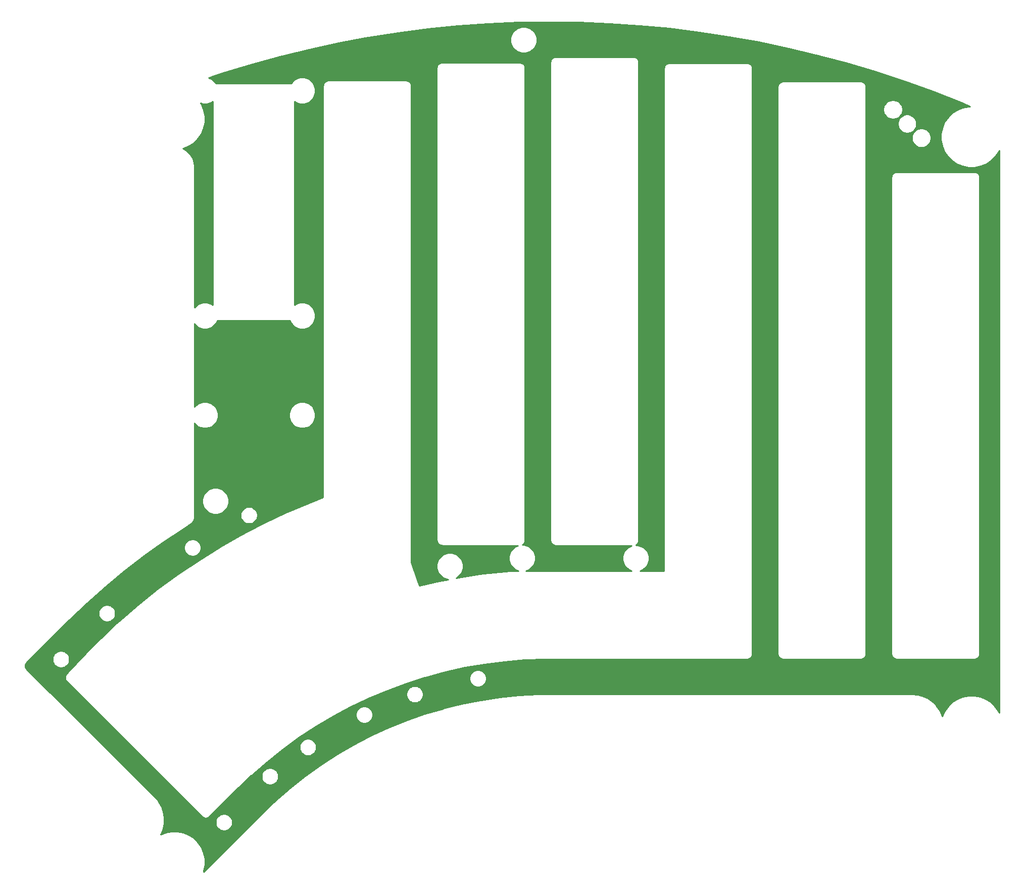
<source format=gbl>
%TF.GenerationSoftware,KiCad,Pcbnew,5.1.12-84ad8e8a86~92~ubuntu20.04.1*%
%TF.CreationDate,2021-11-17T00:51:57+01:00*%
%TF.ProjectId,LergoTopPlate_FR4_Rails,4c657267-6f54-46f7-9050-6c6174655f46,v1.A*%
%TF.SameCoordinates,Original*%
%TF.FileFunction,Copper,L2,Bot*%
%TF.FilePolarity,Positive*%
%FSLAX46Y46*%
G04 Gerber Fmt 4.6, Leading zero omitted, Abs format (unit mm)*
G04 Created by KiCad (PCBNEW 5.1.12-84ad8e8a86~92~ubuntu20.04.1) date 2021-11-17 00:51:57*
%MOMM*%
%LPD*%
G01*
G04 APERTURE LIST*
%TA.AperFunction,NonConductor*%
%ADD10C,0.254000*%
%TD*%
%TA.AperFunction,NonConductor*%
%ADD11C,0.150000*%
%TD*%
G04 APERTURE END LIST*
D10*
X166420503Y-18711548D02*
X171480350Y-18912344D01*
X176532638Y-19254342D01*
X181573464Y-19737281D01*
X186598760Y-20360769D01*
X191604700Y-21124330D01*
X196587416Y-22027377D01*
X201542920Y-23069185D01*
X206467462Y-24248967D01*
X211357086Y-25565776D01*
X216208069Y-27018607D01*
X221016579Y-28606314D01*
X225778876Y-30327660D01*
X230491834Y-32181533D01*
X231961377Y-32801844D01*
X231715416Y-32801844D01*
X230724890Y-32998872D01*
X229791836Y-33385356D01*
X228952109Y-33946443D01*
X228237980Y-34660572D01*
X227676893Y-35500299D01*
X227290409Y-36433353D01*
X227093381Y-37423879D01*
X227093381Y-38433809D01*
X227290409Y-39424335D01*
X227676893Y-40357389D01*
X228237980Y-41197116D01*
X228952109Y-41911245D01*
X229791836Y-42472332D01*
X230724890Y-42858816D01*
X231715416Y-43055844D01*
X232725346Y-43055844D01*
X233715872Y-42858816D01*
X234648926Y-42472332D01*
X235488653Y-41911245D01*
X236202782Y-41197116D01*
X236763869Y-40357389D01*
X236843381Y-40165430D01*
X236843382Y-134503416D01*
X236763869Y-134311455D01*
X236202782Y-133471728D01*
X235488653Y-132757599D01*
X234648926Y-132196512D01*
X233715872Y-131810028D01*
X232725346Y-131613000D01*
X231715416Y-131613000D01*
X230724890Y-131810028D01*
X229791836Y-132196512D01*
X228952109Y-132757599D01*
X228237980Y-133471728D01*
X227676893Y-134311455D01*
X227341287Y-135121678D01*
X227325806Y-135057194D01*
X227322024Y-135045955D01*
X227319557Y-135034349D01*
X227304428Y-134993668D01*
X226947119Y-134179697D01*
X226941404Y-134169301D01*
X226936923Y-134158321D01*
X226914829Y-134120962D01*
X226419026Y-133383128D01*
X226411560Y-133373909D01*
X226405205Y-133363894D01*
X226376845Y-133331039D01*
X225758218Y-132692666D01*
X225749242Y-132684918D01*
X225741210Y-132676183D01*
X225707479Y-132648869D01*
X224985583Y-132130135D01*
X224975379Y-132124100D01*
X224965925Y-132116924D01*
X224927891Y-132096015D01*
X224125544Y-131713315D01*
X224114427Y-131709181D01*
X224103857Y-131703795D01*
X224062721Y-131689952D01*
X223205285Y-131455384D01*
X223193616Y-131453284D01*
X223182255Y-131449854D01*
X223139318Y-131443514D01*
X222255611Y-131364646D01*
X222238877Y-131362999D01*
X161741840Y-131366602D01*
X161738903Y-131366891D01*
X159610675Y-131400324D01*
X159609200Y-131400382D01*
X159607715Y-131400382D01*
X159595881Y-131400847D01*
X156384832Y-131577562D01*
X156381909Y-131577792D01*
X156378922Y-131577933D01*
X156367123Y-131578955D01*
X153167963Y-131906734D01*
X153165024Y-131907105D01*
X153162077Y-131907384D01*
X153150338Y-131908961D01*
X149970170Y-132387078D01*
X149967261Y-132387586D01*
X149964322Y-132388004D01*
X149952671Y-132390132D01*
X146798556Y-133017525D01*
X146795670Y-133018170D01*
X146792757Y-133018726D01*
X146781219Y-133021400D01*
X143660160Y-133796675D01*
X143657300Y-133797457D01*
X143654424Y-133798148D01*
X143643025Y-133801362D01*
X140561951Y-134722800D01*
X140559133Y-134723715D01*
X140556292Y-134724541D01*
X140545057Y-134728289D01*
X137510809Y-135793841D01*
X137508040Y-135794887D01*
X137505237Y-135795847D01*
X137494191Y-135800120D01*
X134513505Y-137007422D01*
X134510791Y-137008596D01*
X134508034Y-137009688D01*
X134497202Y-137014477D01*
X131576698Y-138360848D01*
X131574051Y-138362145D01*
X131571340Y-138363369D01*
X131560746Y-138368663D01*
X128706906Y-139851114D01*
X128704318Y-139852537D01*
X128701672Y-139853885D01*
X128691339Y-139859672D01*
X125910500Y-141474912D01*
X125907966Y-141476465D01*
X125905403Y-141477927D01*
X125895353Y-141484194D01*
X123193690Y-143228636D01*
X123191255Y-143230291D01*
X123188740Y-143231887D01*
X123178997Y-143238621D01*
X120562507Y-145108392D01*
X120560157Y-145110157D01*
X120557716Y-145111872D01*
X120548301Y-145119058D01*
X118022796Y-147110007D01*
X118020528Y-147111883D01*
X118018174Y-147113709D01*
X118009108Y-147121330D01*
X115580191Y-149229037D01*
X115578005Y-149231026D01*
X115575749Y-149232953D01*
X115567052Y-149240992D01*
X113250259Y-151451102D01*
X113246794Y-151453947D01*
X103489872Y-161215347D01*
X103568871Y-161024628D01*
X103765899Y-160034102D01*
X103765899Y-159024172D01*
X103568871Y-158033646D01*
X103182387Y-157100592D01*
X102621300Y-156260865D01*
X101907171Y-155546736D01*
X101067444Y-154985649D01*
X100134390Y-154599165D01*
X99143864Y-154402137D01*
X98133934Y-154402137D01*
X97143408Y-154599165D01*
X96333185Y-154934771D01*
X96367835Y-154878227D01*
X96373107Y-154867607D01*
X96379570Y-154857655D01*
X96397638Y-154818191D01*
X96720548Y-153989971D01*
X96723858Y-153978578D01*
X96728454Y-153967645D01*
X96739239Y-153925636D01*
X96739248Y-153925606D01*
X96739249Y-153925595D01*
X96910388Y-153053291D01*
X96911628Y-153041499D01*
X96914216Y-153029919D01*
X96917392Y-152986661D01*
X96917395Y-152986632D01*
X96917394Y-152986621D01*
X96921180Y-152745599D01*
X105518463Y-152745599D01*
X105518463Y-153026693D01*
X105573301Y-153302387D01*
X105680872Y-153562084D01*
X105837039Y-153795806D01*
X106035803Y-153994570D01*
X106269525Y-154150737D01*
X106529222Y-154258308D01*
X106804916Y-154313146D01*
X107086010Y-154313146D01*
X107361704Y-154258308D01*
X107621401Y-154150737D01*
X107855123Y-153994570D01*
X108053887Y-153795806D01*
X108210054Y-153562084D01*
X108317625Y-153302387D01*
X108372463Y-153026693D01*
X108372463Y-152745599D01*
X108317625Y-152469905D01*
X108210054Y-152210208D01*
X108053887Y-151976486D01*
X107855123Y-151777722D01*
X107621401Y-151621555D01*
X107361704Y-151513984D01*
X107086010Y-151459146D01*
X106804916Y-151459146D01*
X106529222Y-151513984D01*
X106269525Y-151621555D01*
X106035803Y-151777722D01*
X105837039Y-151976486D01*
X105680872Y-152210208D01*
X105573301Y-152469905D01*
X105518463Y-152745599D01*
X96921180Y-152745599D01*
X96931357Y-152097799D01*
X96930489Y-152085975D01*
X96930986Y-152074119D01*
X96926449Y-152030954D01*
X96782792Y-151153695D01*
X96779841Y-151142203D01*
X96778232Y-151130454D01*
X96766123Y-151088775D01*
X96469388Y-150250820D01*
X96464451Y-150240037D01*
X96460785Y-150228753D01*
X96441486Y-150189877D01*
X96001051Y-149417713D01*
X95994284Y-149407977D01*
X95988677Y-149397519D01*
X95962809Y-149362690D01*
X95962798Y-149362674D01*
X95962793Y-149362669D01*
X95393694Y-148682034D01*
X95383038Y-148669050D01*
X75281689Y-128567701D01*
X80297990Y-128567701D01*
X80297990Y-128691209D01*
X80322085Y-128812344D01*
X80329958Y-128831351D01*
X80331659Y-128840440D01*
X80333263Y-128845819D01*
X80361794Y-128939138D01*
X80375797Y-128972777D01*
X80389326Y-129006604D01*
X80391944Y-129011569D01*
X80438057Y-129097569D01*
X80458331Y-129127853D01*
X80478169Y-129158402D01*
X80481702Y-129162764D01*
X80543641Y-129238170D01*
X80543644Y-129238173D01*
X80556059Y-129253301D01*
X91915371Y-140612613D01*
X91915377Y-140612618D01*
X103246757Y-151944000D01*
X103260068Y-151954924D01*
X103262207Y-151957093D01*
X103266544Y-151960655D01*
X103342380Y-152022065D01*
X103372817Y-152042134D01*
X103402929Y-152062599D01*
X103407876Y-152065251D01*
X103407879Y-152065253D01*
X103407883Y-152065254D01*
X103494195Y-152110763D01*
X103527931Y-152124531D01*
X103561472Y-152138768D01*
X103566834Y-152140407D01*
X103566836Y-152140408D01*
X103566838Y-152140408D01*
X103566840Y-152140409D01*
X103660356Y-152168287D01*
X103667839Y-152169741D01*
X103687716Y-152177975D01*
X103808851Y-152202070D01*
X103932359Y-152202070D01*
X104053494Y-152177975D01*
X104072501Y-152170102D01*
X104081590Y-152168401D01*
X104086969Y-152166797D01*
X104180288Y-152138266D01*
X104213927Y-152124263D01*
X104247754Y-152110734D01*
X104252719Y-152108116D01*
X104338719Y-152062003D01*
X104369003Y-152041729D01*
X104399552Y-152021891D01*
X104403914Y-152018358D01*
X104479320Y-151956419D01*
X104479323Y-151956416D01*
X104494451Y-151944001D01*
X109118573Y-147319881D01*
X109127633Y-147308841D01*
X111503969Y-145038135D01*
X113225927Y-145038135D01*
X113225927Y-145319229D01*
X113280765Y-145594923D01*
X113388336Y-145854620D01*
X113544503Y-146088342D01*
X113743267Y-146287106D01*
X113976989Y-146443273D01*
X114236686Y-146550844D01*
X114512380Y-146605682D01*
X114793474Y-146605682D01*
X115069168Y-146550844D01*
X115328865Y-146443273D01*
X115562587Y-146287106D01*
X115761351Y-146088342D01*
X115917518Y-145854620D01*
X116025089Y-145594923D01*
X116079927Y-145319229D01*
X116079927Y-145038135D01*
X116025089Y-144762441D01*
X115917518Y-144502744D01*
X115761351Y-144269022D01*
X115562587Y-144070258D01*
X115328865Y-143914091D01*
X115069168Y-143806520D01*
X114793474Y-143751682D01*
X114512380Y-143751682D01*
X114236686Y-143806520D01*
X113976989Y-143914091D01*
X113743267Y-144070258D01*
X113544503Y-144269022D01*
X113388336Y-144502744D01*
X113280765Y-144762441D01*
X113225927Y-145038135D01*
X111503969Y-145038135D01*
X111546152Y-144997828D01*
X114092607Y-142776583D01*
X116737213Y-140673132D01*
X117441155Y-140163603D01*
X119578544Y-140163603D01*
X119578544Y-140444697D01*
X119633382Y-140720391D01*
X119740953Y-140980088D01*
X119897120Y-141213810D01*
X120095884Y-141412574D01*
X120329606Y-141568741D01*
X120589303Y-141676312D01*
X120864997Y-141731150D01*
X121146091Y-141731150D01*
X121421785Y-141676312D01*
X121681482Y-141568741D01*
X121915204Y-141412574D01*
X122113968Y-141213810D01*
X122270135Y-140980088D01*
X122377706Y-140720391D01*
X122432544Y-140444697D01*
X122432544Y-140163603D01*
X122377706Y-139887909D01*
X122270135Y-139628212D01*
X122113968Y-139394490D01*
X121915204Y-139195726D01*
X121681482Y-139039559D01*
X121421785Y-138931988D01*
X121146091Y-138877150D01*
X120864997Y-138877150D01*
X120589303Y-138931988D01*
X120329606Y-139039559D01*
X120095884Y-139195726D01*
X119897120Y-139394490D01*
X119740953Y-139628212D01*
X119633382Y-139887909D01*
X119578544Y-140163603D01*
X117441155Y-140163603D01*
X119474506Y-138691819D01*
X122298882Y-136836702D01*
X125204484Y-135111629D01*
X125949988Y-134713603D01*
X129018220Y-134713603D01*
X129018220Y-134994697D01*
X129073058Y-135270391D01*
X129180629Y-135530088D01*
X129336796Y-135763810D01*
X129535560Y-135962574D01*
X129769282Y-136118741D01*
X130028979Y-136226312D01*
X130304673Y-136281150D01*
X130585767Y-136281150D01*
X130861461Y-136226312D01*
X131121158Y-136118741D01*
X131354880Y-135962574D01*
X131553644Y-135763810D01*
X131709811Y-135530088D01*
X131817382Y-135270391D01*
X131872220Y-134994697D01*
X131872220Y-134713603D01*
X131817382Y-134437909D01*
X131709811Y-134178212D01*
X131553644Y-133944490D01*
X131354880Y-133745726D01*
X131121158Y-133589559D01*
X130861461Y-133481988D01*
X130585767Y-133427150D01*
X130304673Y-133427150D01*
X130028979Y-133481988D01*
X129769282Y-133589559D01*
X129535560Y-133745726D01*
X129336796Y-133944490D01*
X129180629Y-134178212D01*
X129073058Y-134437909D01*
X129018220Y-134713603D01*
X125949988Y-134713603D01*
X128185356Y-133520137D01*
X131235359Y-132065500D01*
X133090169Y-131282080D01*
X137490245Y-131282080D01*
X137490245Y-131563174D01*
X137545083Y-131838868D01*
X137652654Y-132098565D01*
X137808821Y-132332287D01*
X138007585Y-132531051D01*
X138241307Y-132687218D01*
X138501004Y-132794789D01*
X138776698Y-132849627D01*
X139057792Y-132849627D01*
X139333486Y-132794789D01*
X139593183Y-132687218D01*
X139826905Y-132531051D01*
X140025669Y-132332287D01*
X140181836Y-132098565D01*
X140289407Y-131838868D01*
X140344245Y-131563174D01*
X140344245Y-131282080D01*
X140289407Y-131006386D01*
X140181836Y-130746689D01*
X140025669Y-130512967D01*
X139826905Y-130314203D01*
X139593183Y-130158036D01*
X139333486Y-130050465D01*
X139057792Y-129995627D01*
X138776698Y-129995627D01*
X138501004Y-130050465D01*
X138241307Y-130158036D01*
X138007585Y-130314203D01*
X137808821Y-130512967D01*
X137652654Y-130746689D01*
X137545083Y-131006386D01*
X137490245Y-131282080D01*
X133090169Y-131282080D01*
X134348186Y-130750729D01*
X137517462Y-129578513D01*
X140500348Y-128626676D01*
X148061850Y-128626676D01*
X148061850Y-128907770D01*
X148116688Y-129183464D01*
X148224259Y-129443161D01*
X148380426Y-129676883D01*
X148579190Y-129875647D01*
X148812912Y-130031814D01*
X149072609Y-130139385D01*
X149348303Y-130194223D01*
X149629397Y-130194223D01*
X149905091Y-130139385D01*
X150164788Y-130031814D01*
X150398510Y-129875647D01*
X150597274Y-129676883D01*
X150753441Y-129443161D01*
X150861012Y-129183464D01*
X150915850Y-128907770D01*
X150915850Y-128626676D01*
X150861012Y-128350982D01*
X150753441Y-128091285D01*
X150597274Y-127857563D01*
X150398510Y-127658799D01*
X150164788Y-127502632D01*
X149905091Y-127395061D01*
X149629397Y-127340223D01*
X149348303Y-127340223D01*
X149072609Y-127395061D01*
X148812912Y-127502632D01*
X148579190Y-127658799D01*
X148380426Y-127857563D01*
X148224259Y-128091285D01*
X148116688Y-128350982D01*
X148061850Y-128626676D01*
X140500348Y-128626676D01*
X140736689Y-128551260D01*
X143999165Y-127671108D01*
X147298191Y-126939862D01*
X150627053Y-126359011D01*
X153978799Y-125929772D01*
X157346526Y-125653022D01*
X160726583Y-125529208D01*
X161761365Y-125522001D01*
X194619747Y-125521999D01*
X194636869Y-125520313D01*
X194639924Y-125520334D01*
X194645511Y-125519786D01*
X194742559Y-125509586D01*
X194778245Y-125502261D01*
X194814040Y-125495433D01*
X194819413Y-125493810D01*
X194912632Y-125464954D01*
X194946216Y-125450836D01*
X194980005Y-125437185D01*
X194984961Y-125434550D01*
X195070798Y-125388137D01*
X195077119Y-125383873D01*
X195096996Y-125375640D01*
X195199689Y-125307023D01*
X195287023Y-125219689D01*
X195355640Y-125116996D01*
X195363514Y-125097988D01*
X195368737Y-125090359D01*
X195371407Y-125085422D01*
X195417219Y-124999261D01*
X195431111Y-124965555D01*
X195445455Y-124932090D01*
X195447115Y-124926727D01*
X195475320Y-124833309D01*
X195482397Y-124797568D01*
X195489973Y-124761926D01*
X195490560Y-124756344D01*
X195500082Y-124659226D01*
X195500082Y-124659220D01*
X195502000Y-124639747D01*
X195502000Y-29500254D01*
X199748000Y-29500254D01*
X199748001Y-36000244D01*
X199748000Y-36000254D01*
X199748001Y-118100244D01*
X199748000Y-118100254D01*
X199748001Y-124639747D01*
X199749687Y-124656869D01*
X199749666Y-124659924D01*
X199750214Y-124665511D01*
X199760414Y-124762559D01*
X199767739Y-124798245D01*
X199774567Y-124834040D01*
X199776190Y-124839413D01*
X199805046Y-124932632D01*
X199819164Y-124966216D01*
X199832815Y-125000005D01*
X199835450Y-125004961D01*
X199881863Y-125090798D01*
X199886127Y-125097119D01*
X199894360Y-125116996D01*
X199962977Y-125219689D01*
X200050311Y-125307023D01*
X200153004Y-125375640D01*
X200172012Y-125383514D01*
X200179641Y-125388737D01*
X200184578Y-125391407D01*
X200270739Y-125437219D01*
X200304445Y-125451111D01*
X200337910Y-125465455D01*
X200343273Y-125467115D01*
X200436691Y-125495320D01*
X200472425Y-125502396D01*
X200508074Y-125509973D01*
X200513656Y-125510560D01*
X200610774Y-125520082D01*
X200610780Y-125520082D01*
X200630253Y-125522000D01*
X213669747Y-125522000D01*
X213686878Y-125520313D01*
X213689924Y-125520334D01*
X213695511Y-125519786D01*
X213792559Y-125509586D01*
X213828245Y-125502261D01*
X213864040Y-125495433D01*
X213869413Y-125493810D01*
X213962632Y-125464954D01*
X213996216Y-125450836D01*
X214030005Y-125437185D01*
X214034961Y-125434550D01*
X214120798Y-125388137D01*
X214127119Y-125383873D01*
X214146996Y-125375640D01*
X214249689Y-125307023D01*
X214337023Y-125219689D01*
X214405640Y-125116996D01*
X214413514Y-125097988D01*
X214418737Y-125090359D01*
X214421407Y-125085422D01*
X214467219Y-124999261D01*
X214481111Y-124965555D01*
X214495455Y-124932090D01*
X214497115Y-124926727D01*
X214525320Y-124833309D01*
X214532397Y-124797568D01*
X214539973Y-124761926D01*
X214540560Y-124756344D01*
X214550082Y-124659226D01*
X214550082Y-124659220D01*
X214552000Y-124639747D01*
X214552000Y-44680254D01*
X218798000Y-44680254D01*
X218798001Y-51180244D01*
X218798000Y-51180254D01*
X218798001Y-118100244D01*
X218798000Y-118100254D01*
X218798001Y-124639747D01*
X218799687Y-124656869D01*
X218799666Y-124659924D01*
X218800214Y-124665511D01*
X218810414Y-124762559D01*
X218817739Y-124798245D01*
X218824567Y-124834040D01*
X218826190Y-124839413D01*
X218855046Y-124932632D01*
X218869164Y-124966216D01*
X218882815Y-125000005D01*
X218885450Y-125004961D01*
X218931863Y-125090798D01*
X218936127Y-125097119D01*
X218944360Y-125116996D01*
X219012977Y-125219689D01*
X219100311Y-125307023D01*
X219203004Y-125375640D01*
X219222012Y-125383514D01*
X219229641Y-125388737D01*
X219234578Y-125391407D01*
X219320739Y-125437219D01*
X219354445Y-125451111D01*
X219387910Y-125465455D01*
X219393273Y-125467115D01*
X219486691Y-125495320D01*
X219522425Y-125502396D01*
X219558074Y-125509973D01*
X219563656Y-125510560D01*
X219660774Y-125520082D01*
X219660780Y-125520082D01*
X219680253Y-125522000D01*
X232719747Y-125522000D01*
X232736878Y-125520313D01*
X232739924Y-125520334D01*
X232745511Y-125519786D01*
X232842559Y-125509586D01*
X232878245Y-125502261D01*
X232914040Y-125495433D01*
X232919413Y-125493810D01*
X233012632Y-125464954D01*
X233046216Y-125450836D01*
X233080005Y-125437185D01*
X233084961Y-125434550D01*
X233170798Y-125388137D01*
X233177119Y-125383873D01*
X233196996Y-125375640D01*
X233299689Y-125307023D01*
X233387023Y-125219689D01*
X233455640Y-125116996D01*
X233463514Y-125097988D01*
X233468737Y-125090359D01*
X233471407Y-125085422D01*
X233517219Y-124999261D01*
X233531111Y-124965555D01*
X233545455Y-124932090D01*
X233547115Y-124926727D01*
X233575320Y-124833309D01*
X233582397Y-124797568D01*
X233589973Y-124761926D01*
X233590560Y-124756344D01*
X233600082Y-124659226D01*
X233600082Y-124659220D01*
X233602000Y-124639747D01*
X233602000Y-44680253D01*
X233600313Y-44663122D01*
X233600334Y-44660076D01*
X233599786Y-44654490D01*
X233589586Y-44557441D01*
X233582261Y-44521755D01*
X233575433Y-44485960D01*
X233573810Y-44480587D01*
X233544954Y-44387368D01*
X233530836Y-44353784D01*
X233517185Y-44319995D01*
X233514550Y-44315039D01*
X233468137Y-44229201D01*
X233463872Y-44222879D01*
X233455640Y-44203004D01*
X233387023Y-44100311D01*
X233299689Y-44012977D01*
X233196996Y-43944360D01*
X233177988Y-43936486D01*
X233170359Y-43931263D01*
X233165422Y-43928593D01*
X233079261Y-43882781D01*
X233045555Y-43868889D01*
X233012090Y-43854545D01*
X233006727Y-43852885D01*
X232913309Y-43824680D01*
X232877575Y-43817604D01*
X232841926Y-43810027D01*
X232836344Y-43809440D01*
X232739227Y-43799918D01*
X232739220Y-43799918D01*
X232719747Y-43798000D01*
X219680253Y-43798000D01*
X219663122Y-43799687D01*
X219660076Y-43799666D01*
X219654490Y-43800214D01*
X219557441Y-43810414D01*
X219521755Y-43817739D01*
X219485960Y-43824567D01*
X219480587Y-43826190D01*
X219387368Y-43855046D01*
X219353784Y-43869164D01*
X219319995Y-43882815D01*
X219315039Y-43885450D01*
X219229201Y-43931863D01*
X219222879Y-43936128D01*
X219203004Y-43944360D01*
X219100311Y-44012977D01*
X219012977Y-44100311D01*
X218944360Y-44203004D01*
X218936486Y-44222012D01*
X218931263Y-44229641D01*
X218928593Y-44234578D01*
X218882781Y-44320739D01*
X218868889Y-44354445D01*
X218854545Y-44387910D01*
X218852885Y-44393273D01*
X218824680Y-44486691D01*
X218817604Y-44522425D01*
X218810027Y-44558074D01*
X218809440Y-44563656D01*
X218799918Y-44660773D01*
X218799918Y-44660781D01*
X218798000Y-44680254D01*
X214552000Y-44680254D01*
X214552000Y-37942880D01*
X222191750Y-37942880D01*
X222191750Y-38263370D01*
X222254275Y-38577703D01*
X222376922Y-38873798D01*
X222554977Y-39140277D01*
X222781598Y-39366898D01*
X223048077Y-39544953D01*
X223344172Y-39667600D01*
X223658505Y-39730125D01*
X223978995Y-39730125D01*
X224293328Y-39667600D01*
X224589423Y-39544953D01*
X224855902Y-39366898D01*
X225082523Y-39140277D01*
X225260578Y-38873798D01*
X225383225Y-38577703D01*
X225445750Y-38263370D01*
X225445750Y-37942880D01*
X225383225Y-37628547D01*
X225260578Y-37332452D01*
X225082523Y-37065973D01*
X224855902Y-36839352D01*
X224589423Y-36661297D01*
X224293328Y-36538650D01*
X223978995Y-36476125D01*
X223658505Y-36476125D01*
X223344172Y-36538650D01*
X223048077Y-36661297D01*
X222781598Y-36839352D01*
X222554977Y-37065973D01*
X222376922Y-37332452D01*
X222254275Y-37628547D01*
X222191750Y-37942880D01*
X214552000Y-37942880D01*
X214552000Y-35566554D01*
X219860500Y-35566554D01*
X219860500Y-35877196D01*
X219921104Y-36181869D01*
X220039981Y-36468864D01*
X220212564Y-36727154D01*
X220432221Y-36946811D01*
X220690511Y-37119394D01*
X220977506Y-37238271D01*
X221282179Y-37298875D01*
X221592821Y-37298875D01*
X221897494Y-37238271D01*
X222184489Y-37119394D01*
X222442779Y-36946811D01*
X222662436Y-36727154D01*
X222835019Y-36468864D01*
X222953896Y-36181869D01*
X223014500Y-35877196D01*
X223014500Y-35566554D01*
X222953896Y-35261881D01*
X222835019Y-34974886D01*
X222662436Y-34716596D01*
X222442779Y-34496939D01*
X222184489Y-34324356D01*
X221897494Y-34205479D01*
X221592821Y-34144875D01*
X221282179Y-34144875D01*
X220977506Y-34205479D01*
X220690511Y-34324356D01*
X220432221Y-34496939D01*
X220212564Y-34716596D01*
X220039981Y-34974886D01*
X219921104Y-35261881D01*
X219860500Y-35566554D01*
X214552000Y-35566554D01*
X214552000Y-33180380D01*
X217429250Y-33180380D01*
X217429250Y-33500870D01*
X217491775Y-33815203D01*
X217614422Y-34111298D01*
X217792477Y-34377777D01*
X218019098Y-34604398D01*
X218285577Y-34782453D01*
X218581672Y-34905100D01*
X218896005Y-34967625D01*
X219216495Y-34967625D01*
X219530828Y-34905100D01*
X219826923Y-34782453D01*
X220093402Y-34604398D01*
X220320023Y-34377777D01*
X220498078Y-34111298D01*
X220620725Y-33815203D01*
X220683250Y-33500870D01*
X220683250Y-33180380D01*
X220620725Y-32866047D01*
X220498078Y-32569952D01*
X220320023Y-32303473D01*
X220093402Y-32076852D01*
X219826923Y-31898797D01*
X219530828Y-31776150D01*
X219216495Y-31713625D01*
X218896005Y-31713625D01*
X218581672Y-31776150D01*
X218285577Y-31898797D01*
X218019098Y-32076852D01*
X217792477Y-32303473D01*
X217614422Y-32569952D01*
X217491775Y-32866047D01*
X217429250Y-33180380D01*
X214552000Y-33180380D01*
X214552000Y-29500253D01*
X214550313Y-29483122D01*
X214550334Y-29480076D01*
X214549786Y-29474490D01*
X214539586Y-29377441D01*
X214532251Y-29341707D01*
X214525433Y-29305960D01*
X214523810Y-29300587D01*
X214494954Y-29207368D01*
X214480836Y-29173784D01*
X214467185Y-29139995D01*
X214464550Y-29135039D01*
X214418137Y-29049201D01*
X214413872Y-29042879D01*
X214405640Y-29023004D01*
X214337023Y-28920311D01*
X214249689Y-28832977D01*
X214146996Y-28764360D01*
X214127988Y-28756486D01*
X214120359Y-28751263D01*
X214115422Y-28748593D01*
X214029261Y-28702781D01*
X213995555Y-28688889D01*
X213962090Y-28674545D01*
X213956727Y-28672885D01*
X213863309Y-28644680D01*
X213827575Y-28637604D01*
X213791926Y-28630027D01*
X213786344Y-28629440D01*
X213689227Y-28619918D01*
X213689220Y-28619918D01*
X213669747Y-28618000D01*
X200630253Y-28618000D01*
X200613122Y-28619687D01*
X200610076Y-28619666D01*
X200604490Y-28620214D01*
X200507441Y-28630414D01*
X200471755Y-28637739D01*
X200435960Y-28644567D01*
X200430587Y-28646190D01*
X200337368Y-28675046D01*
X200303784Y-28689164D01*
X200269995Y-28702815D01*
X200265039Y-28705450D01*
X200179201Y-28751863D01*
X200172879Y-28756128D01*
X200153004Y-28764360D01*
X200050311Y-28832977D01*
X199962977Y-28920311D01*
X199894360Y-29023004D01*
X199886486Y-29042012D01*
X199881263Y-29049641D01*
X199878593Y-29054578D01*
X199832781Y-29140739D01*
X199818889Y-29174445D01*
X199804545Y-29207910D01*
X199802885Y-29213273D01*
X199774680Y-29306691D01*
X199767604Y-29342425D01*
X199760027Y-29378074D01*
X199759440Y-29383656D01*
X199749918Y-29480773D01*
X199749918Y-29480781D01*
X199748000Y-29500254D01*
X195502000Y-29500254D01*
X195502000Y-26420253D01*
X195500313Y-26403122D01*
X195500334Y-26400076D01*
X195499786Y-26394490D01*
X195489586Y-26297441D01*
X195482261Y-26261755D01*
X195475433Y-26225960D01*
X195473810Y-26220587D01*
X195444954Y-26127368D01*
X195430836Y-26093784D01*
X195417185Y-26059995D01*
X195414550Y-26055039D01*
X195368137Y-25969201D01*
X195363872Y-25962879D01*
X195355640Y-25943004D01*
X195287023Y-25840311D01*
X195199689Y-25752977D01*
X195096996Y-25684360D01*
X195077988Y-25676486D01*
X195070359Y-25671263D01*
X195065422Y-25668593D01*
X194979261Y-25622781D01*
X194945555Y-25608889D01*
X194912090Y-25594545D01*
X194906727Y-25592885D01*
X194813309Y-25564680D01*
X194777575Y-25557604D01*
X194741926Y-25550027D01*
X194736344Y-25549440D01*
X194639227Y-25539918D01*
X194639220Y-25539918D01*
X194619747Y-25538000D01*
X181580253Y-25538000D01*
X181563122Y-25539687D01*
X181560076Y-25539666D01*
X181554490Y-25540214D01*
X181457441Y-25550414D01*
X181421755Y-25557739D01*
X181385960Y-25564567D01*
X181380587Y-25566190D01*
X181287368Y-25595046D01*
X181253784Y-25609164D01*
X181219995Y-25622815D01*
X181215039Y-25625450D01*
X181129201Y-25671863D01*
X181122879Y-25676128D01*
X181103004Y-25684360D01*
X181000311Y-25752977D01*
X180912977Y-25840311D01*
X180844360Y-25943004D01*
X180836486Y-25962012D01*
X180831263Y-25969641D01*
X180828593Y-25974578D01*
X180782781Y-26060739D01*
X180768889Y-26094445D01*
X180754545Y-26127910D01*
X180752885Y-26133273D01*
X180724680Y-26226691D01*
X180717604Y-26262425D01*
X180710027Y-26298074D01*
X180709440Y-26303656D01*
X180699918Y-26400773D01*
X180699918Y-26400781D01*
X180698000Y-26420254D01*
X180698001Y-32920244D01*
X180698000Y-32920254D01*
X180698001Y-110718000D01*
X176667806Y-110718000D01*
X177028630Y-110568542D01*
X177393380Y-110324824D01*
X177703574Y-110014630D01*
X177947292Y-109649880D01*
X178115168Y-109244592D01*
X178200750Y-108814340D01*
X178200750Y-108375660D01*
X178115168Y-107945408D01*
X177947292Y-107540120D01*
X177703574Y-107175370D01*
X177393380Y-106865176D01*
X177028630Y-106621458D01*
X176623342Y-106453582D01*
X176193090Y-106368000D01*
X175965569Y-106368000D01*
X176020798Y-106338137D01*
X176027119Y-106333873D01*
X176046996Y-106325640D01*
X176149689Y-106257023D01*
X176237023Y-106169689D01*
X176305640Y-106066996D01*
X176313514Y-106047988D01*
X176318737Y-106040359D01*
X176321407Y-106035422D01*
X176367219Y-105949261D01*
X176381111Y-105915555D01*
X176395455Y-105882090D01*
X176397115Y-105876727D01*
X176425320Y-105783309D01*
X176432396Y-105747575D01*
X176439973Y-105711926D01*
X176440560Y-105706344D01*
X176450082Y-105609226D01*
X176450082Y-105609220D01*
X176452000Y-105589747D01*
X176452000Y-25380253D01*
X176450313Y-25363122D01*
X176450334Y-25360076D01*
X176449786Y-25354490D01*
X176439586Y-25257441D01*
X176432261Y-25221755D01*
X176425433Y-25185960D01*
X176423810Y-25180587D01*
X176394954Y-25087368D01*
X176380836Y-25053784D01*
X176367185Y-25019995D01*
X176364550Y-25015039D01*
X176318137Y-24929201D01*
X176313872Y-24922879D01*
X176305640Y-24903004D01*
X176237023Y-24800311D01*
X176149689Y-24712977D01*
X176046996Y-24644360D01*
X176027988Y-24636486D01*
X176020359Y-24631263D01*
X176015422Y-24628593D01*
X175929261Y-24582781D01*
X175895555Y-24568889D01*
X175862090Y-24554545D01*
X175856727Y-24552885D01*
X175763309Y-24524680D01*
X175727575Y-24517604D01*
X175691926Y-24510027D01*
X175686344Y-24509440D01*
X175589227Y-24499918D01*
X175589220Y-24499918D01*
X175569747Y-24498000D01*
X162530253Y-24498000D01*
X162513122Y-24499687D01*
X162510076Y-24499666D01*
X162504490Y-24500214D01*
X162407441Y-24510414D01*
X162371755Y-24517739D01*
X162335960Y-24524567D01*
X162330587Y-24526190D01*
X162237368Y-24555046D01*
X162203784Y-24569164D01*
X162169995Y-24582815D01*
X162165039Y-24585450D01*
X162079201Y-24631863D01*
X162072879Y-24636128D01*
X162053004Y-24644360D01*
X161950311Y-24712977D01*
X161862977Y-24800311D01*
X161794360Y-24903004D01*
X161786486Y-24922012D01*
X161781263Y-24929641D01*
X161778593Y-24934578D01*
X161732781Y-25020739D01*
X161718889Y-25054445D01*
X161704545Y-25087910D01*
X161702885Y-25093273D01*
X161674680Y-25186691D01*
X161667604Y-25222425D01*
X161660027Y-25258074D01*
X161659440Y-25263656D01*
X161649918Y-25360773D01*
X161649918Y-25360781D01*
X161648000Y-25380254D01*
X161648001Y-31880244D01*
X161648000Y-31880254D01*
X161648001Y-99050244D01*
X161648000Y-99050254D01*
X161648001Y-105589747D01*
X161649687Y-105606869D01*
X161649666Y-105609924D01*
X161650214Y-105615511D01*
X161660414Y-105712559D01*
X161667739Y-105748245D01*
X161674567Y-105784040D01*
X161676190Y-105789413D01*
X161705046Y-105882632D01*
X161719164Y-105916216D01*
X161732815Y-105950005D01*
X161735450Y-105954961D01*
X161781863Y-106040798D01*
X161786127Y-106047119D01*
X161794360Y-106066996D01*
X161862977Y-106169689D01*
X161950311Y-106257023D01*
X162053004Y-106325640D01*
X162072012Y-106333514D01*
X162079641Y-106338737D01*
X162084578Y-106341407D01*
X162170739Y-106387219D01*
X162204445Y-106401111D01*
X162237910Y-106415455D01*
X162243273Y-106417115D01*
X162336691Y-106445320D01*
X162372425Y-106452396D01*
X162408074Y-106459973D01*
X162413656Y-106460560D01*
X162510774Y-106470082D01*
X162510780Y-106470082D01*
X162530253Y-106472000D01*
X175279693Y-106472000D01*
X174918870Y-106621458D01*
X174554120Y-106865176D01*
X174243926Y-107175370D01*
X174000208Y-107540120D01*
X173832332Y-107945408D01*
X173746750Y-108375660D01*
X173746750Y-108814340D01*
X173832332Y-109244592D01*
X174000208Y-109649880D01*
X174243926Y-110014630D01*
X174554120Y-110324824D01*
X174918870Y-110568542D01*
X175279694Y-110718000D01*
X157565380Y-110718002D01*
X157573342Y-110716418D01*
X157978630Y-110548542D01*
X158343380Y-110304824D01*
X158653574Y-109994630D01*
X158897292Y-109629880D01*
X159065168Y-109224592D01*
X159150750Y-108794340D01*
X159150750Y-108355660D01*
X159065168Y-107925408D01*
X158897292Y-107520120D01*
X158653574Y-107155370D01*
X158343380Y-106845176D01*
X157978630Y-106601458D01*
X157573342Y-106433582D01*
X157143090Y-106348000D01*
X156915569Y-106348000D01*
X156970798Y-106318137D01*
X156977119Y-106313873D01*
X156996996Y-106305640D01*
X157099689Y-106237023D01*
X157187023Y-106149689D01*
X157255640Y-106046996D01*
X157263514Y-106027988D01*
X157268737Y-106020359D01*
X157271407Y-106015422D01*
X157317219Y-105929261D01*
X157331111Y-105895555D01*
X157345455Y-105862090D01*
X157347115Y-105856727D01*
X157375320Y-105763309D01*
X157382396Y-105727575D01*
X157389973Y-105691926D01*
X157390560Y-105686344D01*
X157400082Y-105589226D01*
X157400082Y-105589220D01*
X157402000Y-105569747D01*
X157402000Y-26340253D01*
X157400313Y-26323122D01*
X157400334Y-26320076D01*
X157399786Y-26314490D01*
X157389586Y-26217441D01*
X157382261Y-26181755D01*
X157375433Y-26145960D01*
X157373810Y-26140587D01*
X157344954Y-26047368D01*
X157330836Y-26013784D01*
X157317185Y-25979995D01*
X157314550Y-25975039D01*
X157268137Y-25889201D01*
X157263872Y-25882879D01*
X157255640Y-25863004D01*
X157187023Y-25760311D01*
X157099689Y-25672977D01*
X156996996Y-25604360D01*
X156977988Y-25596486D01*
X156970359Y-25591263D01*
X156965422Y-25588593D01*
X156879261Y-25542781D01*
X156845555Y-25528889D01*
X156812090Y-25514545D01*
X156806727Y-25512885D01*
X156713309Y-25484680D01*
X156677575Y-25477604D01*
X156641926Y-25470027D01*
X156636344Y-25469440D01*
X156539227Y-25459918D01*
X156539220Y-25459918D01*
X156519747Y-25458000D01*
X143480253Y-25458000D01*
X143463122Y-25459687D01*
X143460076Y-25459666D01*
X143454490Y-25460214D01*
X143357441Y-25470414D01*
X143321755Y-25477739D01*
X143285960Y-25484567D01*
X143280587Y-25486190D01*
X143187368Y-25515046D01*
X143153784Y-25529164D01*
X143119995Y-25542815D01*
X143115039Y-25545450D01*
X143029201Y-25591863D01*
X143022879Y-25596128D01*
X143003004Y-25604360D01*
X142900311Y-25672977D01*
X142812977Y-25760311D01*
X142744360Y-25863004D01*
X142736486Y-25882012D01*
X142731263Y-25889641D01*
X142728593Y-25894578D01*
X142682781Y-25980739D01*
X142668889Y-26014445D01*
X142654545Y-26047910D01*
X142652885Y-26053273D01*
X142624680Y-26146691D01*
X142617604Y-26182425D01*
X142610027Y-26218074D01*
X142609440Y-26223656D01*
X142599918Y-26320773D01*
X142599918Y-26320781D01*
X142598000Y-26340254D01*
X142598001Y-32840244D01*
X142598000Y-32840254D01*
X142598001Y-99030244D01*
X142598000Y-99030254D01*
X142598001Y-105569747D01*
X142599687Y-105586869D01*
X142599666Y-105589924D01*
X142600214Y-105595511D01*
X142610414Y-105692559D01*
X142617739Y-105728245D01*
X142624567Y-105764040D01*
X142626190Y-105769413D01*
X142655046Y-105862632D01*
X142669164Y-105896216D01*
X142682815Y-105930005D01*
X142685450Y-105934961D01*
X142731863Y-106020798D01*
X142736127Y-106027119D01*
X142744360Y-106046996D01*
X142812977Y-106149689D01*
X142900311Y-106237023D01*
X143003004Y-106305640D01*
X143022012Y-106313514D01*
X143029641Y-106318737D01*
X143034578Y-106321407D01*
X143120739Y-106367219D01*
X143154445Y-106381111D01*
X143187910Y-106395455D01*
X143193273Y-106397115D01*
X143286691Y-106425320D01*
X143322425Y-106432396D01*
X143358074Y-106439973D01*
X143363656Y-106440560D01*
X143460774Y-106450082D01*
X143460780Y-106450082D01*
X143480253Y-106452000D01*
X156229693Y-106452000D01*
X155868870Y-106601458D01*
X155504120Y-106845176D01*
X155193926Y-107155370D01*
X154950208Y-107520120D01*
X154782332Y-107925408D01*
X154696750Y-108355660D01*
X154696750Y-108794340D01*
X154782332Y-109224592D01*
X154950208Y-109629880D01*
X155193926Y-109994630D01*
X155504120Y-110304824D01*
X155868870Y-110548542D01*
X156274158Y-110716418D01*
X156282121Y-110718002D01*
X154740254Y-110718002D01*
X154723894Y-110719613D01*
X154118075Y-110769422D01*
X154113181Y-110769928D01*
X154108322Y-110770344D01*
X150395453Y-111166905D01*
X150380291Y-111168846D01*
X150378752Y-111169043D01*
X146685746Y-111720734D01*
X146669149Y-111723570D01*
X145875169Y-111876416D01*
X146213074Y-111650635D01*
X146523268Y-111340441D01*
X146766986Y-110975691D01*
X146934862Y-110570403D01*
X147020444Y-110140151D01*
X147020444Y-109701471D01*
X146934862Y-109271219D01*
X146766986Y-108865931D01*
X146523268Y-108501181D01*
X146213074Y-108190987D01*
X145848324Y-107947269D01*
X145443036Y-107779393D01*
X145012784Y-107693811D01*
X144574104Y-107693811D01*
X144143852Y-107779393D01*
X143738564Y-107947269D01*
X143373814Y-108190987D01*
X143063620Y-108501181D01*
X142819902Y-108865931D01*
X142652026Y-109271219D01*
X142566444Y-109701471D01*
X142566444Y-110140151D01*
X142652026Y-110570403D01*
X142819902Y-110975691D01*
X143063620Y-111340441D01*
X143373814Y-111650635D01*
X143738564Y-111894353D01*
X144143852Y-112062229D01*
X144520626Y-112137174D01*
X143002485Y-112429425D01*
X142986021Y-112432953D01*
X139706228Y-113208050D01*
X138352000Y-109275088D01*
X138352000Y-29340253D01*
X138350313Y-29323122D01*
X138350334Y-29320076D01*
X138349786Y-29314490D01*
X138339586Y-29217441D01*
X138332261Y-29181755D01*
X138325433Y-29145960D01*
X138323810Y-29140587D01*
X138294954Y-29047368D01*
X138280836Y-29013784D01*
X138267185Y-28979995D01*
X138264550Y-28975039D01*
X138218137Y-28889201D01*
X138213872Y-28882879D01*
X138205640Y-28863004D01*
X138137023Y-28760311D01*
X138049689Y-28672977D01*
X137946996Y-28604360D01*
X137927988Y-28596486D01*
X137920359Y-28591263D01*
X137915422Y-28588593D01*
X137829261Y-28542781D01*
X137795555Y-28528889D01*
X137762090Y-28514545D01*
X137756727Y-28512885D01*
X137663309Y-28484680D01*
X137627575Y-28477604D01*
X137591926Y-28470027D01*
X137586344Y-28469440D01*
X137489227Y-28459918D01*
X137489220Y-28459918D01*
X137469747Y-28458000D01*
X124430253Y-28458000D01*
X124413122Y-28459687D01*
X124410076Y-28459666D01*
X124404490Y-28460214D01*
X124307441Y-28470414D01*
X124271755Y-28477739D01*
X124235960Y-28484567D01*
X124230587Y-28486190D01*
X124137368Y-28515046D01*
X124103784Y-28529164D01*
X124069995Y-28542815D01*
X124065039Y-28545450D01*
X123979201Y-28591863D01*
X123972879Y-28596128D01*
X123953004Y-28604360D01*
X123850311Y-28672977D01*
X123762977Y-28760311D01*
X123694360Y-28863004D01*
X123686486Y-28882012D01*
X123681263Y-28889641D01*
X123678593Y-28894578D01*
X123632781Y-28980739D01*
X123618889Y-29014445D01*
X123604545Y-29047910D01*
X123602885Y-29053273D01*
X123574680Y-29146691D01*
X123567604Y-29182425D01*
X123560027Y-29218074D01*
X123559440Y-29223656D01*
X123549918Y-29320773D01*
X123549918Y-29320781D01*
X123548000Y-29340254D01*
X123548001Y-35840244D01*
X123548000Y-35840254D01*
X123548001Y-98391523D01*
X121024828Y-99372889D01*
X121024542Y-99373007D01*
X121024240Y-99373118D01*
X121012551Y-99377899D01*
X117194243Y-101009944D01*
X117192980Y-101010513D01*
X117191667Y-101011055D01*
X117180275Y-101016233D01*
X117180169Y-101016281D01*
X117180149Y-101016291D01*
X113427327Y-102793699D01*
X113426082Y-102794318D01*
X113424794Y-102794909D01*
X113413619Y-102800516D01*
X113413506Y-102800572D01*
X113413485Y-102800584D01*
X109731661Y-104720743D01*
X109730419Y-104721421D01*
X109729177Y-104722050D01*
X109718115Y-104728142D01*
X106112694Y-106788236D01*
X106111486Y-106788958D01*
X106110262Y-106789637D01*
X106099442Y-106796149D01*
X102575761Y-108993129D01*
X102574582Y-108993896D01*
X102573385Y-108994622D01*
X102562952Y-109001460D01*
X102562822Y-109001545D01*
X102562798Y-109001562D01*
X99126077Y-111332173D01*
X99124948Y-111332971D01*
X99123759Y-111333756D01*
X99113471Y-111341079D01*
X95768725Y-113801917D01*
X95767615Y-113802767D01*
X95766470Y-113803588D01*
X95756470Y-113811301D01*
X92508656Y-116398722D01*
X92507582Y-116399612D01*
X92506467Y-116400478D01*
X92496936Y-116408432D01*
X92496771Y-116408569D01*
X92496742Y-116408595D01*
X89350677Y-119118760D01*
X89349635Y-119119693D01*
X89348557Y-119120599D01*
X89339318Y-119128931D01*
X89339178Y-119129057D01*
X89339153Y-119129082D01*
X86299441Y-121958022D01*
X86298439Y-121958991D01*
X86297393Y-121959941D01*
X86288346Y-121968752D01*
X83359447Y-124912321D01*
X83358486Y-124913324D01*
X83357474Y-124914317D01*
X83348772Y-124923469D01*
X80561132Y-127948972D01*
X80560273Y-127949605D01*
X80506923Y-128008124D01*
X80466015Y-128075925D01*
X80439120Y-128150405D01*
X80437374Y-128161940D01*
X80434808Y-128166726D01*
X80389297Y-128253046D01*
X80375535Y-128286768D01*
X80361292Y-128320322D01*
X80359651Y-128325689D01*
X80331773Y-128419206D01*
X80330319Y-128426689D01*
X80322085Y-128446566D01*
X80297990Y-128567701D01*
X75281689Y-128567701D01*
X73847175Y-127133187D01*
X73827296Y-127102576D01*
X73823896Y-127098377D01*
X73724105Y-126976891D01*
X73667740Y-126871771D01*
X73632869Y-126757711D01*
X73620814Y-126639041D01*
X73632039Y-126520299D01*
X73666113Y-126405998D01*
X73721743Y-126300487D01*
X73820684Y-126178305D01*
X73827025Y-126168689D01*
X73847200Y-126143949D01*
X73850990Y-126136820D01*
X74571887Y-125415923D01*
X78188787Y-125415923D01*
X78188787Y-125697017D01*
X78243625Y-125972711D01*
X78351196Y-126232408D01*
X78507363Y-126466130D01*
X78706127Y-126664894D01*
X78939849Y-126821061D01*
X79199546Y-126928632D01*
X79475240Y-126983470D01*
X79756334Y-126983470D01*
X80032028Y-126928632D01*
X80291725Y-126821061D01*
X80525447Y-126664894D01*
X80724211Y-126466130D01*
X80880378Y-126232408D01*
X80987949Y-125972711D01*
X81042787Y-125697017D01*
X81042787Y-125415923D01*
X80987949Y-125140229D01*
X80880378Y-124880532D01*
X80724211Y-124646810D01*
X80525447Y-124448046D01*
X80291725Y-124291879D01*
X80032028Y-124184308D01*
X79756334Y-124129470D01*
X79475240Y-124129470D01*
X79199546Y-124184308D01*
X78939849Y-124291879D01*
X78706127Y-124448046D01*
X78507363Y-124646810D01*
X78351196Y-124880532D01*
X78243625Y-125140229D01*
X78188787Y-125415923D01*
X74571887Y-125415923D01*
X80876849Y-119110962D01*
X82331793Y-117708459D01*
X85896251Y-117708459D01*
X85896251Y-117989553D01*
X85951089Y-118265247D01*
X86058660Y-118524944D01*
X86214827Y-118758666D01*
X86413591Y-118957430D01*
X86647313Y-119113597D01*
X86907010Y-119221168D01*
X87182704Y-119276006D01*
X87463798Y-119276006D01*
X87739492Y-119221168D01*
X87999189Y-119113597D01*
X88232911Y-118957430D01*
X88431675Y-118758666D01*
X88587842Y-118524944D01*
X88695413Y-118265247D01*
X88750251Y-117989553D01*
X88750251Y-117708459D01*
X88695413Y-117432765D01*
X88587842Y-117173068D01*
X88431675Y-116939346D01*
X88232911Y-116740582D01*
X87999189Y-116584415D01*
X87739492Y-116476844D01*
X87463798Y-116422006D01*
X87182704Y-116422006D01*
X86907010Y-116476844D01*
X86647313Y-116584415D01*
X86413591Y-116740582D01*
X86214827Y-116939346D01*
X86058660Y-117173068D01*
X85951089Y-117432765D01*
X85896251Y-117708459D01*
X82331793Y-117708459D01*
X83897581Y-116199108D01*
X87020414Y-113402204D01*
X90243640Y-110721611D01*
X93562920Y-108160932D01*
X95618987Y-106691721D01*
X100253544Y-106691721D01*
X100253544Y-106972815D01*
X100308382Y-107248509D01*
X100415953Y-107508206D01*
X100572120Y-107741928D01*
X100770884Y-107940692D01*
X101004606Y-108096859D01*
X101264303Y-108204430D01*
X101539997Y-108259268D01*
X101821091Y-108259268D01*
X102096785Y-108204430D01*
X102356482Y-108096859D01*
X102590204Y-107940692D01*
X102788968Y-107741928D01*
X102945135Y-107508206D01*
X103052706Y-107248509D01*
X103107544Y-106972815D01*
X103107544Y-106691721D01*
X103052706Y-106416027D01*
X102945135Y-106156330D01*
X102788968Y-105922608D01*
X102590204Y-105723844D01*
X102356482Y-105567677D01*
X102096785Y-105460106D01*
X101821091Y-105405268D01*
X101539997Y-105405268D01*
X101264303Y-105460106D01*
X101004606Y-105567677D01*
X100770884Y-105723844D01*
X100572120Y-105922608D01*
X100415953Y-106156330D01*
X100308382Y-106416027D01*
X100253544Y-106691721D01*
X95618987Y-106691721D01*
X96973819Y-105723595D01*
X100473895Y-103411458D01*
X101343658Y-102864987D01*
X101343685Y-102864970D01*
X101348053Y-102862183D01*
X101378813Y-102842258D01*
X101393880Y-102830259D01*
X101409998Y-102819718D01*
X101414079Y-102816392D01*
X101564492Y-102692031D01*
X101588575Y-102667793D01*
X101612994Y-102643894D01*
X101616345Y-102639845D01*
X101616352Y-102639838D01*
X101616357Y-102639830D01*
X101739745Y-102488632D01*
X101758663Y-102460176D01*
X101777974Y-102431989D01*
X101780480Y-102427359D01*
X101872154Y-102255064D01*
X101885173Y-102223502D01*
X101898653Y-102192075D01*
X101900211Y-102187047D01*
X101956674Y-102000227D01*
X101963320Y-101966711D01*
X101970434Y-101933288D01*
X101970986Y-101928053D01*
X101990086Y-101733824D01*
X101991896Y-101715448D01*
X101991896Y-101241721D01*
X109693220Y-101241721D01*
X109693220Y-101522815D01*
X109748058Y-101798509D01*
X109855629Y-102058206D01*
X110011796Y-102291928D01*
X110210560Y-102490692D01*
X110444282Y-102646859D01*
X110703979Y-102754430D01*
X110979673Y-102809268D01*
X111260767Y-102809268D01*
X111536461Y-102754430D01*
X111796158Y-102646859D01*
X112029880Y-102490692D01*
X112228644Y-102291928D01*
X112384811Y-102058206D01*
X112492382Y-101798509D01*
X112547220Y-101522815D01*
X112547220Y-101241721D01*
X112492382Y-100966027D01*
X112384811Y-100706330D01*
X112228644Y-100472608D01*
X112029880Y-100273844D01*
X111796158Y-100117677D01*
X111536461Y-100010106D01*
X111260767Y-99955268D01*
X110979673Y-99955268D01*
X110703979Y-100010106D01*
X110444282Y-100117677D01*
X110210560Y-100273844D01*
X110011796Y-100472608D01*
X109855629Y-100706330D01*
X109748058Y-100966027D01*
X109693220Y-101241721D01*
X101991896Y-101241721D01*
X101991896Y-98780660D01*
X103273000Y-98780660D01*
X103273000Y-99219340D01*
X103358582Y-99649592D01*
X103526458Y-100054880D01*
X103770176Y-100419630D01*
X104080370Y-100729824D01*
X104445120Y-100973542D01*
X104850408Y-101141418D01*
X105280660Y-101227000D01*
X105719340Y-101227000D01*
X106149592Y-101141418D01*
X106554880Y-100973542D01*
X106919630Y-100729824D01*
X107229824Y-100419630D01*
X107473542Y-100054880D01*
X107641418Y-99649592D01*
X107727000Y-99219340D01*
X107727000Y-98780660D01*
X107641418Y-98350408D01*
X107473542Y-97945120D01*
X107229824Y-97580370D01*
X106919630Y-97270176D01*
X106554880Y-97026458D01*
X106149592Y-96858582D01*
X105719340Y-96773000D01*
X105280660Y-96773000D01*
X104850408Y-96858582D01*
X104445120Y-97026458D01*
X104080370Y-97270176D01*
X103770176Y-97580370D01*
X103526458Y-97945120D01*
X103358582Y-98350408D01*
X103273000Y-98780660D01*
X101991896Y-98780660D01*
X101991896Y-85949202D01*
X102026426Y-86000880D01*
X102336620Y-86311074D01*
X102701370Y-86554792D01*
X103106658Y-86722668D01*
X103536910Y-86808250D01*
X103975590Y-86808250D01*
X104405842Y-86722668D01*
X104811130Y-86554792D01*
X105175880Y-86311074D01*
X105486074Y-86000880D01*
X105729792Y-85636130D01*
X105897668Y-85230842D01*
X105983250Y-84800590D01*
X105983250Y-84361910D01*
X117816750Y-84361910D01*
X117816750Y-84800590D01*
X117902332Y-85230842D01*
X118070208Y-85636130D01*
X118313926Y-86000880D01*
X118624120Y-86311074D01*
X118988870Y-86554792D01*
X119394158Y-86722668D01*
X119824410Y-86808250D01*
X120263090Y-86808250D01*
X120693342Y-86722668D01*
X121098630Y-86554792D01*
X121463380Y-86311074D01*
X121773574Y-86000880D01*
X122017292Y-85636130D01*
X122185168Y-85230842D01*
X122270750Y-84800590D01*
X122270750Y-84361910D01*
X122185168Y-83931658D01*
X122017292Y-83526370D01*
X121773574Y-83161620D01*
X121463380Y-82851426D01*
X121098630Y-82607708D01*
X120693342Y-82439832D01*
X120263090Y-82354250D01*
X119824410Y-82354250D01*
X119394158Y-82439832D01*
X118988870Y-82607708D01*
X118624120Y-82851426D01*
X118313926Y-83161620D01*
X118070208Y-83526370D01*
X117902332Y-83931658D01*
X117816750Y-84361910D01*
X105983250Y-84361910D01*
X105897668Y-83931658D01*
X105729792Y-83526370D01*
X105486074Y-83161620D01*
X105175880Y-82851426D01*
X104811130Y-82607708D01*
X104405842Y-82439832D01*
X103975590Y-82354250D01*
X103536910Y-82354250D01*
X103106658Y-82439832D01*
X102701370Y-82607708D01*
X102336620Y-82851426D01*
X102026426Y-83161620D01*
X101991896Y-83213298D01*
X101991896Y-69280452D01*
X102026426Y-69332130D01*
X102336620Y-69642324D01*
X102701370Y-69886042D01*
X103106658Y-70053918D01*
X103536910Y-70139500D01*
X103975590Y-70139500D01*
X104405842Y-70053918D01*
X104811130Y-69886042D01*
X105175880Y-69642324D01*
X105486074Y-69332130D01*
X105729792Y-68967380D01*
X105836355Y-68710115D01*
X105862237Y-68712653D01*
X105862240Y-68712653D01*
X105880993Y-68714500D01*
X117919007Y-68714500D01*
X117935519Y-68712874D01*
X117938566Y-68712895D01*
X117943943Y-68712368D01*
X117963718Y-68710290D01*
X118070208Y-68967380D01*
X118313926Y-69332130D01*
X118624120Y-69642324D01*
X118988870Y-69886042D01*
X119394158Y-70053918D01*
X119824410Y-70139500D01*
X120263090Y-70139500D01*
X120693342Y-70053918D01*
X121098630Y-69886042D01*
X121463380Y-69642324D01*
X121773574Y-69332130D01*
X122017292Y-68967380D01*
X122185168Y-68562092D01*
X122270750Y-68131840D01*
X122270750Y-67693160D01*
X122185168Y-67262908D01*
X122017292Y-66857620D01*
X121773574Y-66492870D01*
X121463380Y-66182676D01*
X121098630Y-65938958D01*
X120693342Y-65771082D01*
X120263090Y-65685500D01*
X119824410Y-65685500D01*
X119394158Y-65771082D01*
X118988870Y-65938958D01*
X118787000Y-66073843D01*
X118787000Y-31996157D01*
X118988870Y-32131042D01*
X119394158Y-32298918D01*
X119824410Y-32384500D01*
X120263090Y-32384500D01*
X120693342Y-32298918D01*
X121098630Y-32131042D01*
X121463380Y-31887324D01*
X121773574Y-31577130D01*
X122017292Y-31212380D01*
X122185168Y-30807092D01*
X122270750Y-30376840D01*
X122270750Y-29938160D01*
X122185168Y-29507908D01*
X122017292Y-29102620D01*
X121773574Y-28737870D01*
X121463380Y-28427676D01*
X121098630Y-28183958D01*
X120693342Y-28016082D01*
X120263090Y-27930500D01*
X119824410Y-27930500D01*
X119394158Y-28016082D01*
X118988870Y-28183958D01*
X118624120Y-28427676D01*
X118313926Y-28737870D01*
X118152378Y-28979645D01*
X118108974Y-28966540D01*
X118074548Y-28959723D01*
X118040254Y-28952434D01*
X118034886Y-28951870D01*
X118034883Y-28951869D01*
X118034880Y-28951869D01*
X117937763Y-28942347D01*
X117937760Y-28942347D01*
X117919007Y-28940500D01*
X105880993Y-28940500D01*
X105864481Y-28942126D01*
X105861435Y-28942105D01*
X105856058Y-28942632D01*
X105759009Y-28952832D01*
X105724610Y-28959893D01*
X105690195Y-28966458D01*
X105685022Y-28968019D01*
X105647596Y-28979604D01*
X105486074Y-28737870D01*
X105175880Y-28427676D01*
X104811130Y-28183958D01*
X104405842Y-28016082D01*
X104336409Y-28002271D01*
X106543664Y-27262557D01*
X111388132Y-25788160D01*
X116271858Y-24449607D01*
X121191068Y-23247936D01*
X126141909Y-22184086D01*
X130145739Y-21440035D01*
X154916750Y-21440035D01*
X154916750Y-21878715D01*
X155002332Y-22308967D01*
X155170208Y-22714255D01*
X155413926Y-23079005D01*
X155724120Y-23389199D01*
X156088870Y-23632917D01*
X156494158Y-23800793D01*
X156924410Y-23886375D01*
X157363090Y-23886375D01*
X157793342Y-23800793D01*
X158198630Y-23632917D01*
X158563380Y-23389199D01*
X158873574Y-23079005D01*
X159117292Y-22714255D01*
X159285168Y-22308967D01*
X159370750Y-21878715D01*
X159370750Y-21440035D01*
X159285168Y-21009783D01*
X159117292Y-20604495D01*
X158873574Y-20239745D01*
X158563380Y-19929551D01*
X158198630Y-19685833D01*
X157793342Y-19517957D01*
X157363090Y-19432375D01*
X156924410Y-19432375D01*
X156494158Y-19517957D01*
X156088870Y-19685833D01*
X155724120Y-19929551D01*
X155413926Y-20239745D01*
X155170208Y-20604495D01*
X155002332Y-21009783D01*
X154916750Y-21440035D01*
X130145739Y-21440035D01*
X131120530Y-21258885D01*
X136123054Y-20473055D01*
X141145539Y-19827213D01*
X146184135Y-19321855D01*
X151234853Y-18957382D01*
X156293760Y-18734076D01*
X161356993Y-18652110D01*
X166420503Y-18711548D01*
%TA.AperFunction,NonConductor*%
D11*
G36*
X166420503Y-18711548D02*
G01*
X171480350Y-18912344D01*
X176532638Y-19254342D01*
X181573464Y-19737281D01*
X186598760Y-20360769D01*
X191604700Y-21124330D01*
X196587416Y-22027377D01*
X201542920Y-23069185D01*
X206467462Y-24248967D01*
X211357086Y-25565776D01*
X216208069Y-27018607D01*
X221016579Y-28606314D01*
X225778876Y-30327660D01*
X230491834Y-32181533D01*
X231961377Y-32801844D01*
X231715416Y-32801844D01*
X230724890Y-32998872D01*
X229791836Y-33385356D01*
X228952109Y-33946443D01*
X228237980Y-34660572D01*
X227676893Y-35500299D01*
X227290409Y-36433353D01*
X227093381Y-37423879D01*
X227093381Y-38433809D01*
X227290409Y-39424335D01*
X227676893Y-40357389D01*
X228237980Y-41197116D01*
X228952109Y-41911245D01*
X229791836Y-42472332D01*
X230724890Y-42858816D01*
X231715416Y-43055844D01*
X232725346Y-43055844D01*
X233715872Y-42858816D01*
X234648926Y-42472332D01*
X235488653Y-41911245D01*
X236202782Y-41197116D01*
X236763869Y-40357389D01*
X236843381Y-40165430D01*
X236843382Y-134503416D01*
X236763869Y-134311455D01*
X236202782Y-133471728D01*
X235488653Y-132757599D01*
X234648926Y-132196512D01*
X233715872Y-131810028D01*
X232725346Y-131613000D01*
X231715416Y-131613000D01*
X230724890Y-131810028D01*
X229791836Y-132196512D01*
X228952109Y-132757599D01*
X228237980Y-133471728D01*
X227676893Y-134311455D01*
X227341287Y-135121678D01*
X227325806Y-135057194D01*
X227322024Y-135045955D01*
X227319557Y-135034349D01*
X227304428Y-134993668D01*
X226947119Y-134179697D01*
X226941404Y-134169301D01*
X226936923Y-134158321D01*
X226914829Y-134120962D01*
X226419026Y-133383128D01*
X226411560Y-133373909D01*
X226405205Y-133363894D01*
X226376845Y-133331039D01*
X225758218Y-132692666D01*
X225749242Y-132684918D01*
X225741210Y-132676183D01*
X225707479Y-132648869D01*
X224985583Y-132130135D01*
X224975379Y-132124100D01*
X224965925Y-132116924D01*
X224927891Y-132096015D01*
X224125544Y-131713315D01*
X224114427Y-131709181D01*
X224103857Y-131703795D01*
X224062721Y-131689952D01*
X223205285Y-131455384D01*
X223193616Y-131453284D01*
X223182255Y-131449854D01*
X223139318Y-131443514D01*
X222255611Y-131364646D01*
X222238877Y-131362999D01*
X161741840Y-131366602D01*
X161738903Y-131366891D01*
X159610675Y-131400324D01*
X159609200Y-131400382D01*
X159607715Y-131400382D01*
X159595881Y-131400847D01*
X156384832Y-131577562D01*
X156381909Y-131577792D01*
X156378922Y-131577933D01*
X156367123Y-131578955D01*
X153167963Y-131906734D01*
X153165024Y-131907105D01*
X153162077Y-131907384D01*
X153150338Y-131908961D01*
X149970170Y-132387078D01*
X149967261Y-132387586D01*
X149964322Y-132388004D01*
X149952671Y-132390132D01*
X146798556Y-133017525D01*
X146795670Y-133018170D01*
X146792757Y-133018726D01*
X146781219Y-133021400D01*
X143660160Y-133796675D01*
X143657300Y-133797457D01*
X143654424Y-133798148D01*
X143643025Y-133801362D01*
X140561951Y-134722800D01*
X140559133Y-134723715D01*
X140556292Y-134724541D01*
X140545057Y-134728289D01*
X137510809Y-135793841D01*
X137508040Y-135794887D01*
X137505237Y-135795847D01*
X137494191Y-135800120D01*
X134513505Y-137007422D01*
X134510791Y-137008596D01*
X134508034Y-137009688D01*
X134497202Y-137014477D01*
X131576698Y-138360848D01*
X131574051Y-138362145D01*
X131571340Y-138363369D01*
X131560746Y-138368663D01*
X128706906Y-139851114D01*
X128704318Y-139852537D01*
X128701672Y-139853885D01*
X128691339Y-139859672D01*
X125910500Y-141474912D01*
X125907966Y-141476465D01*
X125905403Y-141477927D01*
X125895353Y-141484194D01*
X123193690Y-143228636D01*
X123191255Y-143230291D01*
X123188740Y-143231887D01*
X123178997Y-143238621D01*
X120562507Y-145108392D01*
X120560157Y-145110157D01*
X120557716Y-145111872D01*
X120548301Y-145119058D01*
X118022796Y-147110007D01*
X118020528Y-147111883D01*
X118018174Y-147113709D01*
X118009108Y-147121330D01*
X115580191Y-149229037D01*
X115578005Y-149231026D01*
X115575749Y-149232953D01*
X115567052Y-149240992D01*
X113250259Y-151451102D01*
X113246794Y-151453947D01*
X103489872Y-161215347D01*
X103568871Y-161024628D01*
X103765899Y-160034102D01*
X103765899Y-159024172D01*
X103568871Y-158033646D01*
X103182387Y-157100592D01*
X102621300Y-156260865D01*
X101907171Y-155546736D01*
X101067444Y-154985649D01*
X100134390Y-154599165D01*
X99143864Y-154402137D01*
X98133934Y-154402137D01*
X97143408Y-154599165D01*
X96333185Y-154934771D01*
X96367835Y-154878227D01*
X96373107Y-154867607D01*
X96379570Y-154857655D01*
X96397638Y-154818191D01*
X96720548Y-153989971D01*
X96723858Y-153978578D01*
X96728454Y-153967645D01*
X96739239Y-153925636D01*
X96739248Y-153925606D01*
X96739249Y-153925595D01*
X96910388Y-153053291D01*
X96911628Y-153041499D01*
X96914216Y-153029919D01*
X96917392Y-152986661D01*
X96917395Y-152986632D01*
X96917394Y-152986621D01*
X96921180Y-152745599D01*
X105518463Y-152745599D01*
X105518463Y-153026693D01*
X105573301Y-153302387D01*
X105680872Y-153562084D01*
X105837039Y-153795806D01*
X106035803Y-153994570D01*
X106269525Y-154150737D01*
X106529222Y-154258308D01*
X106804916Y-154313146D01*
X107086010Y-154313146D01*
X107361704Y-154258308D01*
X107621401Y-154150737D01*
X107855123Y-153994570D01*
X108053887Y-153795806D01*
X108210054Y-153562084D01*
X108317625Y-153302387D01*
X108372463Y-153026693D01*
X108372463Y-152745599D01*
X108317625Y-152469905D01*
X108210054Y-152210208D01*
X108053887Y-151976486D01*
X107855123Y-151777722D01*
X107621401Y-151621555D01*
X107361704Y-151513984D01*
X107086010Y-151459146D01*
X106804916Y-151459146D01*
X106529222Y-151513984D01*
X106269525Y-151621555D01*
X106035803Y-151777722D01*
X105837039Y-151976486D01*
X105680872Y-152210208D01*
X105573301Y-152469905D01*
X105518463Y-152745599D01*
X96921180Y-152745599D01*
X96931357Y-152097799D01*
X96930489Y-152085975D01*
X96930986Y-152074119D01*
X96926449Y-152030954D01*
X96782792Y-151153695D01*
X96779841Y-151142203D01*
X96778232Y-151130454D01*
X96766123Y-151088775D01*
X96469388Y-150250820D01*
X96464451Y-150240037D01*
X96460785Y-150228753D01*
X96441486Y-150189877D01*
X96001051Y-149417713D01*
X95994284Y-149407977D01*
X95988677Y-149397519D01*
X95962809Y-149362690D01*
X95962798Y-149362674D01*
X95962793Y-149362669D01*
X95393694Y-148682034D01*
X95383038Y-148669050D01*
X75281689Y-128567701D01*
X80297990Y-128567701D01*
X80297990Y-128691209D01*
X80322085Y-128812344D01*
X80329958Y-128831351D01*
X80331659Y-128840440D01*
X80333263Y-128845819D01*
X80361794Y-128939138D01*
X80375797Y-128972777D01*
X80389326Y-129006604D01*
X80391944Y-129011569D01*
X80438057Y-129097569D01*
X80458331Y-129127853D01*
X80478169Y-129158402D01*
X80481702Y-129162764D01*
X80543641Y-129238170D01*
X80543644Y-129238173D01*
X80556059Y-129253301D01*
X91915371Y-140612613D01*
X91915377Y-140612618D01*
X103246757Y-151944000D01*
X103260068Y-151954924D01*
X103262207Y-151957093D01*
X103266544Y-151960655D01*
X103342380Y-152022065D01*
X103372817Y-152042134D01*
X103402929Y-152062599D01*
X103407876Y-152065251D01*
X103407879Y-152065253D01*
X103407883Y-152065254D01*
X103494195Y-152110763D01*
X103527931Y-152124531D01*
X103561472Y-152138768D01*
X103566834Y-152140407D01*
X103566836Y-152140408D01*
X103566838Y-152140408D01*
X103566840Y-152140409D01*
X103660356Y-152168287D01*
X103667839Y-152169741D01*
X103687716Y-152177975D01*
X103808851Y-152202070D01*
X103932359Y-152202070D01*
X104053494Y-152177975D01*
X104072501Y-152170102D01*
X104081590Y-152168401D01*
X104086969Y-152166797D01*
X104180288Y-152138266D01*
X104213927Y-152124263D01*
X104247754Y-152110734D01*
X104252719Y-152108116D01*
X104338719Y-152062003D01*
X104369003Y-152041729D01*
X104399552Y-152021891D01*
X104403914Y-152018358D01*
X104479320Y-151956419D01*
X104479323Y-151956416D01*
X104494451Y-151944001D01*
X109118573Y-147319881D01*
X109127633Y-147308841D01*
X111503969Y-145038135D01*
X113225927Y-145038135D01*
X113225927Y-145319229D01*
X113280765Y-145594923D01*
X113388336Y-145854620D01*
X113544503Y-146088342D01*
X113743267Y-146287106D01*
X113976989Y-146443273D01*
X114236686Y-146550844D01*
X114512380Y-146605682D01*
X114793474Y-146605682D01*
X115069168Y-146550844D01*
X115328865Y-146443273D01*
X115562587Y-146287106D01*
X115761351Y-146088342D01*
X115917518Y-145854620D01*
X116025089Y-145594923D01*
X116079927Y-145319229D01*
X116079927Y-145038135D01*
X116025089Y-144762441D01*
X115917518Y-144502744D01*
X115761351Y-144269022D01*
X115562587Y-144070258D01*
X115328865Y-143914091D01*
X115069168Y-143806520D01*
X114793474Y-143751682D01*
X114512380Y-143751682D01*
X114236686Y-143806520D01*
X113976989Y-143914091D01*
X113743267Y-144070258D01*
X113544503Y-144269022D01*
X113388336Y-144502744D01*
X113280765Y-144762441D01*
X113225927Y-145038135D01*
X111503969Y-145038135D01*
X111546152Y-144997828D01*
X114092607Y-142776583D01*
X116737213Y-140673132D01*
X117441155Y-140163603D01*
X119578544Y-140163603D01*
X119578544Y-140444697D01*
X119633382Y-140720391D01*
X119740953Y-140980088D01*
X119897120Y-141213810D01*
X120095884Y-141412574D01*
X120329606Y-141568741D01*
X120589303Y-141676312D01*
X120864997Y-141731150D01*
X121146091Y-141731150D01*
X121421785Y-141676312D01*
X121681482Y-141568741D01*
X121915204Y-141412574D01*
X122113968Y-141213810D01*
X122270135Y-140980088D01*
X122377706Y-140720391D01*
X122432544Y-140444697D01*
X122432544Y-140163603D01*
X122377706Y-139887909D01*
X122270135Y-139628212D01*
X122113968Y-139394490D01*
X121915204Y-139195726D01*
X121681482Y-139039559D01*
X121421785Y-138931988D01*
X121146091Y-138877150D01*
X120864997Y-138877150D01*
X120589303Y-138931988D01*
X120329606Y-139039559D01*
X120095884Y-139195726D01*
X119897120Y-139394490D01*
X119740953Y-139628212D01*
X119633382Y-139887909D01*
X119578544Y-140163603D01*
X117441155Y-140163603D01*
X119474506Y-138691819D01*
X122298882Y-136836702D01*
X125204484Y-135111629D01*
X125949988Y-134713603D01*
X129018220Y-134713603D01*
X129018220Y-134994697D01*
X129073058Y-135270391D01*
X129180629Y-135530088D01*
X129336796Y-135763810D01*
X129535560Y-135962574D01*
X129769282Y-136118741D01*
X130028979Y-136226312D01*
X130304673Y-136281150D01*
X130585767Y-136281150D01*
X130861461Y-136226312D01*
X131121158Y-136118741D01*
X131354880Y-135962574D01*
X131553644Y-135763810D01*
X131709811Y-135530088D01*
X131817382Y-135270391D01*
X131872220Y-134994697D01*
X131872220Y-134713603D01*
X131817382Y-134437909D01*
X131709811Y-134178212D01*
X131553644Y-133944490D01*
X131354880Y-133745726D01*
X131121158Y-133589559D01*
X130861461Y-133481988D01*
X130585767Y-133427150D01*
X130304673Y-133427150D01*
X130028979Y-133481988D01*
X129769282Y-133589559D01*
X129535560Y-133745726D01*
X129336796Y-133944490D01*
X129180629Y-134178212D01*
X129073058Y-134437909D01*
X129018220Y-134713603D01*
X125949988Y-134713603D01*
X128185356Y-133520137D01*
X131235359Y-132065500D01*
X133090169Y-131282080D01*
X137490245Y-131282080D01*
X137490245Y-131563174D01*
X137545083Y-131838868D01*
X137652654Y-132098565D01*
X137808821Y-132332287D01*
X138007585Y-132531051D01*
X138241307Y-132687218D01*
X138501004Y-132794789D01*
X138776698Y-132849627D01*
X139057792Y-132849627D01*
X139333486Y-132794789D01*
X139593183Y-132687218D01*
X139826905Y-132531051D01*
X140025669Y-132332287D01*
X140181836Y-132098565D01*
X140289407Y-131838868D01*
X140344245Y-131563174D01*
X140344245Y-131282080D01*
X140289407Y-131006386D01*
X140181836Y-130746689D01*
X140025669Y-130512967D01*
X139826905Y-130314203D01*
X139593183Y-130158036D01*
X139333486Y-130050465D01*
X139057792Y-129995627D01*
X138776698Y-129995627D01*
X138501004Y-130050465D01*
X138241307Y-130158036D01*
X138007585Y-130314203D01*
X137808821Y-130512967D01*
X137652654Y-130746689D01*
X137545083Y-131006386D01*
X137490245Y-131282080D01*
X133090169Y-131282080D01*
X134348186Y-130750729D01*
X137517462Y-129578513D01*
X140500348Y-128626676D01*
X148061850Y-128626676D01*
X148061850Y-128907770D01*
X148116688Y-129183464D01*
X148224259Y-129443161D01*
X148380426Y-129676883D01*
X148579190Y-129875647D01*
X148812912Y-130031814D01*
X149072609Y-130139385D01*
X149348303Y-130194223D01*
X149629397Y-130194223D01*
X149905091Y-130139385D01*
X150164788Y-130031814D01*
X150398510Y-129875647D01*
X150597274Y-129676883D01*
X150753441Y-129443161D01*
X150861012Y-129183464D01*
X150915850Y-128907770D01*
X150915850Y-128626676D01*
X150861012Y-128350982D01*
X150753441Y-128091285D01*
X150597274Y-127857563D01*
X150398510Y-127658799D01*
X150164788Y-127502632D01*
X149905091Y-127395061D01*
X149629397Y-127340223D01*
X149348303Y-127340223D01*
X149072609Y-127395061D01*
X148812912Y-127502632D01*
X148579190Y-127658799D01*
X148380426Y-127857563D01*
X148224259Y-128091285D01*
X148116688Y-128350982D01*
X148061850Y-128626676D01*
X140500348Y-128626676D01*
X140736689Y-128551260D01*
X143999165Y-127671108D01*
X147298191Y-126939862D01*
X150627053Y-126359011D01*
X153978799Y-125929772D01*
X157346526Y-125653022D01*
X160726583Y-125529208D01*
X161761365Y-125522001D01*
X194619747Y-125521999D01*
X194636869Y-125520313D01*
X194639924Y-125520334D01*
X194645511Y-125519786D01*
X194742559Y-125509586D01*
X194778245Y-125502261D01*
X194814040Y-125495433D01*
X194819413Y-125493810D01*
X194912632Y-125464954D01*
X194946216Y-125450836D01*
X194980005Y-125437185D01*
X194984961Y-125434550D01*
X195070798Y-125388137D01*
X195077119Y-125383873D01*
X195096996Y-125375640D01*
X195199689Y-125307023D01*
X195287023Y-125219689D01*
X195355640Y-125116996D01*
X195363514Y-125097988D01*
X195368737Y-125090359D01*
X195371407Y-125085422D01*
X195417219Y-124999261D01*
X195431111Y-124965555D01*
X195445455Y-124932090D01*
X195447115Y-124926727D01*
X195475320Y-124833309D01*
X195482397Y-124797568D01*
X195489973Y-124761926D01*
X195490560Y-124756344D01*
X195500082Y-124659226D01*
X195500082Y-124659220D01*
X195502000Y-124639747D01*
X195502000Y-29500254D01*
X199748000Y-29500254D01*
X199748001Y-36000244D01*
X199748000Y-36000254D01*
X199748001Y-118100244D01*
X199748000Y-118100254D01*
X199748001Y-124639747D01*
X199749687Y-124656869D01*
X199749666Y-124659924D01*
X199750214Y-124665511D01*
X199760414Y-124762559D01*
X199767739Y-124798245D01*
X199774567Y-124834040D01*
X199776190Y-124839413D01*
X199805046Y-124932632D01*
X199819164Y-124966216D01*
X199832815Y-125000005D01*
X199835450Y-125004961D01*
X199881863Y-125090798D01*
X199886127Y-125097119D01*
X199894360Y-125116996D01*
X199962977Y-125219689D01*
X200050311Y-125307023D01*
X200153004Y-125375640D01*
X200172012Y-125383514D01*
X200179641Y-125388737D01*
X200184578Y-125391407D01*
X200270739Y-125437219D01*
X200304445Y-125451111D01*
X200337910Y-125465455D01*
X200343273Y-125467115D01*
X200436691Y-125495320D01*
X200472425Y-125502396D01*
X200508074Y-125509973D01*
X200513656Y-125510560D01*
X200610774Y-125520082D01*
X200610780Y-125520082D01*
X200630253Y-125522000D01*
X213669747Y-125522000D01*
X213686878Y-125520313D01*
X213689924Y-125520334D01*
X213695511Y-125519786D01*
X213792559Y-125509586D01*
X213828245Y-125502261D01*
X213864040Y-125495433D01*
X213869413Y-125493810D01*
X213962632Y-125464954D01*
X213996216Y-125450836D01*
X214030005Y-125437185D01*
X214034961Y-125434550D01*
X214120798Y-125388137D01*
X214127119Y-125383873D01*
X214146996Y-125375640D01*
X214249689Y-125307023D01*
X214337023Y-125219689D01*
X214405640Y-125116996D01*
X214413514Y-125097988D01*
X214418737Y-125090359D01*
X214421407Y-125085422D01*
X214467219Y-124999261D01*
X214481111Y-124965555D01*
X214495455Y-124932090D01*
X214497115Y-124926727D01*
X214525320Y-124833309D01*
X214532397Y-124797568D01*
X214539973Y-124761926D01*
X214540560Y-124756344D01*
X214550082Y-124659226D01*
X214550082Y-124659220D01*
X214552000Y-124639747D01*
X214552000Y-44680254D01*
X218798000Y-44680254D01*
X218798001Y-51180244D01*
X218798000Y-51180254D01*
X218798001Y-118100244D01*
X218798000Y-118100254D01*
X218798001Y-124639747D01*
X218799687Y-124656869D01*
X218799666Y-124659924D01*
X218800214Y-124665511D01*
X218810414Y-124762559D01*
X218817739Y-124798245D01*
X218824567Y-124834040D01*
X218826190Y-124839413D01*
X218855046Y-124932632D01*
X218869164Y-124966216D01*
X218882815Y-125000005D01*
X218885450Y-125004961D01*
X218931863Y-125090798D01*
X218936127Y-125097119D01*
X218944360Y-125116996D01*
X219012977Y-125219689D01*
X219100311Y-125307023D01*
X219203004Y-125375640D01*
X219222012Y-125383514D01*
X219229641Y-125388737D01*
X219234578Y-125391407D01*
X219320739Y-125437219D01*
X219354445Y-125451111D01*
X219387910Y-125465455D01*
X219393273Y-125467115D01*
X219486691Y-125495320D01*
X219522425Y-125502396D01*
X219558074Y-125509973D01*
X219563656Y-125510560D01*
X219660774Y-125520082D01*
X219660780Y-125520082D01*
X219680253Y-125522000D01*
X232719747Y-125522000D01*
X232736878Y-125520313D01*
X232739924Y-125520334D01*
X232745511Y-125519786D01*
X232842559Y-125509586D01*
X232878245Y-125502261D01*
X232914040Y-125495433D01*
X232919413Y-125493810D01*
X233012632Y-125464954D01*
X233046216Y-125450836D01*
X233080005Y-125437185D01*
X233084961Y-125434550D01*
X233170798Y-125388137D01*
X233177119Y-125383873D01*
X233196996Y-125375640D01*
X233299689Y-125307023D01*
X233387023Y-125219689D01*
X233455640Y-125116996D01*
X233463514Y-125097988D01*
X233468737Y-125090359D01*
X233471407Y-125085422D01*
X233517219Y-124999261D01*
X233531111Y-124965555D01*
X233545455Y-124932090D01*
X233547115Y-124926727D01*
X233575320Y-124833309D01*
X233582397Y-124797568D01*
X233589973Y-124761926D01*
X233590560Y-124756344D01*
X233600082Y-124659226D01*
X233600082Y-124659220D01*
X233602000Y-124639747D01*
X233602000Y-44680253D01*
X233600313Y-44663122D01*
X233600334Y-44660076D01*
X233599786Y-44654490D01*
X233589586Y-44557441D01*
X233582261Y-44521755D01*
X233575433Y-44485960D01*
X233573810Y-44480587D01*
X233544954Y-44387368D01*
X233530836Y-44353784D01*
X233517185Y-44319995D01*
X233514550Y-44315039D01*
X233468137Y-44229201D01*
X233463872Y-44222879D01*
X233455640Y-44203004D01*
X233387023Y-44100311D01*
X233299689Y-44012977D01*
X233196996Y-43944360D01*
X233177988Y-43936486D01*
X233170359Y-43931263D01*
X233165422Y-43928593D01*
X233079261Y-43882781D01*
X233045555Y-43868889D01*
X233012090Y-43854545D01*
X233006727Y-43852885D01*
X232913309Y-43824680D01*
X232877575Y-43817604D01*
X232841926Y-43810027D01*
X232836344Y-43809440D01*
X232739227Y-43799918D01*
X232739220Y-43799918D01*
X232719747Y-43798000D01*
X219680253Y-43798000D01*
X219663122Y-43799687D01*
X219660076Y-43799666D01*
X219654490Y-43800214D01*
X219557441Y-43810414D01*
X219521755Y-43817739D01*
X219485960Y-43824567D01*
X219480587Y-43826190D01*
X219387368Y-43855046D01*
X219353784Y-43869164D01*
X219319995Y-43882815D01*
X219315039Y-43885450D01*
X219229201Y-43931863D01*
X219222879Y-43936128D01*
X219203004Y-43944360D01*
X219100311Y-44012977D01*
X219012977Y-44100311D01*
X218944360Y-44203004D01*
X218936486Y-44222012D01*
X218931263Y-44229641D01*
X218928593Y-44234578D01*
X218882781Y-44320739D01*
X218868889Y-44354445D01*
X218854545Y-44387910D01*
X218852885Y-44393273D01*
X218824680Y-44486691D01*
X218817604Y-44522425D01*
X218810027Y-44558074D01*
X218809440Y-44563656D01*
X218799918Y-44660773D01*
X218799918Y-44660781D01*
X218798000Y-44680254D01*
X214552000Y-44680254D01*
X214552000Y-37942880D01*
X222191750Y-37942880D01*
X222191750Y-38263370D01*
X222254275Y-38577703D01*
X222376922Y-38873798D01*
X222554977Y-39140277D01*
X222781598Y-39366898D01*
X223048077Y-39544953D01*
X223344172Y-39667600D01*
X223658505Y-39730125D01*
X223978995Y-39730125D01*
X224293328Y-39667600D01*
X224589423Y-39544953D01*
X224855902Y-39366898D01*
X225082523Y-39140277D01*
X225260578Y-38873798D01*
X225383225Y-38577703D01*
X225445750Y-38263370D01*
X225445750Y-37942880D01*
X225383225Y-37628547D01*
X225260578Y-37332452D01*
X225082523Y-37065973D01*
X224855902Y-36839352D01*
X224589423Y-36661297D01*
X224293328Y-36538650D01*
X223978995Y-36476125D01*
X223658505Y-36476125D01*
X223344172Y-36538650D01*
X223048077Y-36661297D01*
X222781598Y-36839352D01*
X222554977Y-37065973D01*
X222376922Y-37332452D01*
X222254275Y-37628547D01*
X222191750Y-37942880D01*
X214552000Y-37942880D01*
X214552000Y-35566554D01*
X219860500Y-35566554D01*
X219860500Y-35877196D01*
X219921104Y-36181869D01*
X220039981Y-36468864D01*
X220212564Y-36727154D01*
X220432221Y-36946811D01*
X220690511Y-37119394D01*
X220977506Y-37238271D01*
X221282179Y-37298875D01*
X221592821Y-37298875D01*
X221897494Y-37238271D01*
X222184489Y-37119394D01*
X222442779Y-36946811D01*
X222662436Y-36727154D01*
X222835019Y-36468864D01*
X222953896Y-36181869D01*
X223014500Y-35877196D01*
X223014500Y-35566554D01*
X222953896Y-35261881D01*
X222835019Y-34974886D01*
X222662436Y-34716596D01*
X222442779Y-34496939D01*
X222184489Y-34324356D01*
X221897494Y-34205479D01*
X221592821Y-34144875D01*
X221282179Y-34144875D01*
X220977506Y-34205479D01*
X220690511Y-34324356D01*
X220432221Y-34496939D01*
X220212564Y-34716596D01*
X220039981Y-34974886D01*
X219921104Y-35261881D01*
X219860500Y-35566554D01*
X214552000Y-35566554D01*
X214552000Y-33180380D01*
X217429250Y-33180380D01*
X217429250Y-33500870D01*
X217491775Y-33815203D01*
X217614422Y-34111298D01*
X217792477Y-34377777D01*
X218019098Y-34604398D01*
X218285577Y-34782453D01*
X218581672Y-34905100D01*
X218896005Y-34967625D01*
X219216495Y-34967625D01*
X219530828Y-34905100D01*
X219826923Y-34782453D01*
X220093402Y-34604398D01*
X220320023Y-34377777D01*
X220498078Y-34111298D01*
X220620725Y-33815203D01*
X220683250Y-33500870D01*
X220683250Y-33180380D01*
X220620725Y-32866047D01*
X220498078Y-32569952D01*
X220320023Y-32303473D01*
X220093402Y-32076852D01*
X219826923Y-31898797D01*
X219530828Y-31776150D01*
X219216495Y-31713625D01*
X218896005Y-31713625D01*
X218581672Y-31776150D01*
X218285577Y-31898797D01*
X218019098Y-32076852D01*
X217792477Y-32303473D01*
X217614422Y-32569952D01*
X217491775Y-32866047D01*
X217429250Y-33180380D01*
X214552000Y-33180380D01*
X214552000Y-29500253D01*
X214550313Y-29483122D01*
X214550334Y-29480076D01*
X214549786Y-29474490D01*
X214539586Y-29377441D01*
X214532251Y-29341707D01*
X214525433Y-29305960D01*
X214523810Y-29300587D01*
X214494954Y-29207368D01*
X214480836Y-29173784D01*
X214467185Y-29139995D01*
X214464550Y-29135039D01*
X214418137Y-29049201D01*
X214413872Y-29042879D01*
X214405640Y-29023004D01*
X214337023Y-28920311D01*
X214249689Y-28832977D01*
X214146996Y-28764360D01*
X214127988Y-28756486D01*
X214120359Y-28751263D01*
X214115422Y-28748593D01*
X214029261Y-28702781D01*
X213995555Y-28688889D01*
X213962090Y-28674545D01*
X213956727Y-28672885D01*
X213863309Y-28644680D01*
X213827575Y-28637604D01*
X213791926Y-28630027D01*
X213786344Y-28629440D01*
X213689227Y-28619918D01*
X213689220Y-28619918D01*
X213669747Y-28618000D01*
X200630253Y-28618000D01*
X200613122Y-28619687D01*
X200610076Y-28619666D01*
X200604490Y-28620214D01*
X200507441Y-28630414D01*
X200471755Y-28637739D01*
X200435960Y-28644567D01*
X200430587Y-28646190D01*
X200337368Y-28675046D01*
X200303784Y-28689164D01*
X200269995Y-28702815D01*
X200265039Y-28705450D01*
X200179201Y-28751863D01*
X200172879Y-28756128D01*
X200153004Y-28764360D01*
X200050311Y-28832977D01*
X199962977Y-28920311D01*
X199894360Y-29023004D01*
X199886486Y-29042012D01*
X199881263Y-29049641D01*
X199878593Y-29054578D01*
X199832781Y-29140739D01*
X199818889Y-29174445D01*
X199804545Y-29207910D01*
X199802885Y-29213273D01*
X199774680Y-29306691D01*
X199767604Y-29342425D01*
X199760027Y-29378074D01*
X199759440Y-29383656D01*
X199749918Y-29480773D01*
X199749918Y-29480781D01*
X199748000Y-29500254D01*
X195502000Y-29500254D01*
X195502000Y-26420253D01*
X195500313Y-26403122D01*
X195500334Y-26400076D01*
X195499786Y-26394490D01*
X195489586Y-26297441D01*
X195482261Y-26261755D01*
X195475433Y-26225960D01*
X195473810Y-26220587D01*
X195444954Y-26127368D01*
X195430836Y-26093784D01*
X195417185Y-26059995D01*
X195414550Y-26055039D01*
X195368137Y-25969201D01*
X195363872Y-25962879D01*
X195355640Y-25943004D01*
X195287023Y-25840311D01*
X195199689Y-25752977D01*
X195096996Y-25684360D01*
X195077988Y-25676486D01*
X195070359Y-25671263D01*
X195065422Y-25668593D01*
X194979261Y-25622781D01*
X194945555Y-25608889D01*
X194912090Y-25594545D01*
X194906727Y-25592885D01*
X194813309Y-25564680D01*
X194777575Y-25557604D01*
X194741926Y-25550027D01*
X194736344Y-25549440D01*
X194639227Y-25539918D01*
X194639220Y-25539918D01*
X194619747Y-25538000D01*
X181580253Y-25538000D01*
X181563122Y-25539687D01*
X181560076Y-25539666D01*
X181554490Y-25540214D01*
X181457441Y-25550414D01*
X181421755Y-25557739D01*
X181385960Y-25564567D01*
X181380587Y-25566190D01*
X181287368Y-25595046D01*
X181253784Y-25609164D01*
X181219995Y-25622815D01*
X181215039Y-25625450D01*
X181129201Y-25671863D01*
X181122879Y-25676128D01*
X181103004Y-25684360D01*
X181000311Y-25752977D01*
X180912977Y-25840311D01*
X180844360Y-25943004D01*
X180836486Y-25962012D01*
X180831263Y-25969641D01*
X180828593Y-25974578D01*
X180782781Y-26060739D01*
X180768889Y-26094445D01*
X180754545Y-26127910D01*
X180752885Y-26133273D01*
X180724680Y-26226691D01*
X180717604Y-26262425D01*
X180710027Y-26298074D01*
X180709440Y-26303656D01*
X180699918Y-26400773D01*
X180699918Y-26400781D01*
X180698000Y-26420254D01*
X180698001Y-32920244D01*
X180698000Y-32920254D01*
X180698001Y-110718000D01*
X176667806Y-110718000D01*
X177028630Y-110568542D01*
X177393380Y-110324824D01*
X177703574Y-110014630D01*
X177947292Y-109649880D01*
X178115168Y-109244592D01*
X178200750Y-108814340D01*
X178200750Y-108375660D01*
X178115168Y-107945408D01*
X177947292Y-107540120D01*
X177703574Y-107175370D01*
X177393380Y-106865176D01*
X177028630Y-106621458D01*
X176623342Y-106453582D01*
X176193090Y-106368000D01*
X175965569Y-106368000D01*
X176020798Y-106338137D01*
X176027119Y-106333873D01*
X176046996Y-106325640D01*
X176149689Y-106257023D01*
X176237023Y-106169689D01*
X176305640Y-106066996D01*
X176313514Y-106047988D01*
X176318737Y-106040359D01*
X176321407Y-106035422D01*
X176367219Y-105949261D01*
X176381111Y-105915555D01*
X176395455Y-105882090D01*
X176397115Y-105876727D01*
X176425320Y-105783309D01*
X176432396Y-105747575D01*
X176439973Y-105711926D01*
X176440560Y-105706344D01*
X176450082Y-105609226D01*
X176450082Y-105609220D01*
X176452000Y-105589747D01*
X176452000Y-25380253D01*
X176450313Y-25363122D01*
X176450334Y-25360076D01*
X176449786Y-25354490D01*
X176439586Y-25257441D01*
X176432261Y-25221755D01*
X176425433Y-25185960D01*
X176423810Y-25180587D01*
X176394954Y-25087368D01*
X176380836Y-25053784D01*
X176367185Y-25019995D01*
X176364550Y-25015039D01*
X176318137Y-24929201D01*
X176313872Y-24922879D01*
X176305640Y-24903004D01*
X176237023Y-24800311D01*
X176149689Y-24712977D01*
X176046996Y-24644360D01*
X176027988Y-24636486D01*
X176020359Y-24631263D01*
X176015422Y-24628593D01*
X175929261Y-24582781D01*
X175895555Y-24568889D01*
X175862090Y-24554545D01*
X175856727Y-24552885D01*
X175763309Y-24524680D01*
X175727575Y-24517604D01*
X175691926Y-24510027D01*
X175686344Y-24509440D01*
X175589227Y-24499918D01*
X175589220Y-24499918D01*
X175569747Y-24498000D01*
X162530253Y-24498000D01*
X162513122Y-24499687D01*
X162510076Y-24499666D01*
X162504490Y-24500214D01*
X162407441Y-24510414D01*
X162371755Y-24517739D01*
X162335960Y-24524567D01*
X162330587Y-24526190D01*
X162237368Y-24555046D01*
X162203784Y-24569164D01*
X162169995Y-24582815D01*
X162165039Y-24585450D01*
X162079201Y-24631863D01*
X162072879Y-24636128D01*
X162053004Y-24644360D01*
X161950311Y-24712977D01*
X161862977Y-24800311D01*
X161794360Y-24903004D01*
X161786486Y-24922012D01*
X161781263Y-24929641D01*
X161778593Y-24934578D01*
X161732781Y-25020739D01*
X161718889Y-25054445D01*
X161704545Y-25087910D01*
X161702885Y-25093273D01*
X161674680Y-25186691D01*
X161667604Y-25222425D01*
X161660027Y-25258074D01*
X161659440Y-25263656D01*
X161649918Y-25360773D01*
X161649918Y-25360781D01*
X161648000Y-25380254D01*
X161648001Y-31880244D01*
X161648000Y-31880254D01*
X161648001Y-99050244D01*
X161648000Y-99050254D01*
X161648001Y-105589747D01*
X161649687Y-105606869D01*
X161649666Y-105609924D01*
X161650214Y-105615511D01*
X161660414Y-105712559D01*
X161667739Y-105748245D01*
X161674567Y-105784040D01*
X161676190Y-105789413D01*
X161705046Y-105882632D01*
X161719164Y-105916216D01*
X161732815Y-105950005D01*
X161735450Y-105954961D01*
X161781863Y-106040798D01*
X161786127Y-106047119D01*
X161794360Y-106066996D01*
X161862977Y-106169689D01*
X161950311Y-106257023D01*
X162053004Y-106325640D01*
X162072012Y-106333514D01*
X162079641Y-106338737D01*
X162084578Y-106341407D01*
X162170739Y-106387219D01*
X162204445Y-106401111D01*
X162237910Y-106415455D01*
X162243273Y-106417115D01*
X162336691Y-106445320D01*
X162372425Y-106452396D01*
X162408074Y-106459973D01*
X162413656Y-106460560D01*
X162510774Y-106470082D01*
X162510780Y-106470082D01*
X162530253Y-106472000D01*
X175279693Y-106472000D01*
X174918870Y-106621458D01*
X174554120Y-106865176D01*
X174243926Y-107175370D01*
X174000208Y-107540120D01*
X173832332Y-107945408D01*
X173746750Y-108375660D01*
X173746750Y-108814340D01*
X173832332Y-109244592D01*
X174000208Y-109649880D01*
X174243926Y-110014630D01*
X174554120Y-110324824D01*
X174918870Y-110568542D01*
X175279694Y-110718000D01*
X157565380Y-110718002D01*
X157573342Y-110716418D01*
X157978630Y-110548542D01*
X158343380Y-110304824D01*
X158653574Y-109994630D01*
X158897292Y-109629880D01*
X159065168Y-109224592D01*
X159150750Y-108794340D01*
X159150750Y-108355660D01*
X159065168Y-107925408D01*
X158897292Y-107520120D01*
X158653574Y-107155370D01*
X158343380Y-106845176D01*
X157978630Y-106601458D01*
X157573342Y-106433582D01*
X157143090Y-106348000D01*
X156915569Y-106348000D01*
X156970798Y-106318137D01*
X156977119Y-106313873D01*
X156996996Y-106305640D01*
X157099689Y-106237023D01*
X157187023Y-106149689D01*
X157255640Y-106046996D01*
X157263514Y-106027988D01*
X157268737Y-106020359D01*
X157271407Y-106015422D01*
X157317219Y-105929261D01*
X157331111Y-105895555D01*
X157345455Y-105862090D01*
X157347115Y-105856727D01*
X157375320Y-105763309D01*
X157382396Y-105727575D01*
X157389973Y-105691926D01*
X157390560Y-105686344D01*
X157400082Y-105589226D01*
X157400082Y-105589220D01*
X157402000Y-105569747D01*
X157402000Y-26340253D01*
X157400313Y-26323122D01*
X157400334Y-26320076D01*
X157399786Y-26314490D01*
X157389586Y-26217441D01*
X157382261Y-26181755D01*
X157375433Y-26145960D01*
X157373810Y-26140587D01*
X157344954Y-26047368D01*
X157330836Y-26013784D01*
X157317185Y-25979995D01*
X157314550Y-25975039D01*
X157268137Y-25889201D01*
X157263872Y-25882879D01*
X157255640Y-25863004D01*
X157187023Y-25760311D01*
X157099689Y-25672977D01*
X156996996Y-25604360D01*
X156977988Y-25596486D01*
X156970359Y-25591263D01*
X156965422Y-25588593D01*
X156879261Y-25542781D01*
X156845555Y-25528889D01*
X156812090Y-25514545D01*
X156806727Y-25512885D01*
X156713309Y-25484680D01*
X156677575Y-25477604D01*
X156641926Y-25470027D01*
X156636344Y-25469440D01*
X156539227Y-25459918D01*
X156539220Y-25459918D01*
X156519747Y-25458000D01*
X143480253Y-25458000D01*
X143463122Y-25459687D01*
X143460076Y-25459666D01*
X143454490Y-25460214D01*
X143357441Y-25470414D01*
X143321755Y-25477739D01*
X143285960Y-25484567D01*
X143280587Y-25486190D01*
X143187368Y-25515046D01*
X143153784Y-25529164D01*
X143119995Y-25542815D01*
X143115039Y-25545450D01*
X143029201Y-25591863D01*
X143022879Y-25596128D01*
X143003004Y-25604360D01*
X142900311Y-25672977D01*
X142812977Y-25760311D01*
X142744360Y-25863004D01*
X142736486Y-25882012D01*
X142731263Y-25889641D01*
X142728593Y-25894578D01*
X142682781Y-25980739D01*
X142668889Y-26014445D01*
X142654545Y-26047910D01*
X142652885Y-26053273D01*
X142624680Y-26146691D01*
X142617604Y-26182425D01*
X142610027Y-26218074D01*
X142609440Y-26223656D01*
X142599918Y-26320773D01*
X142599918Y-26320781D01*
X142598000Y-26340254D01*
X142598001Y-32840244D01*
X142598000Y-32840254D01*
X142598001Y-99030244D01*
X142598000Y-99030254D01*
X142598001Y-105569747D01*
X142599687Y-105586869D01*
X142599666Y-105589924D01*
X142600214Y-105595511D01*
X142610414Y-105692559D01*
X142617739Y-105728245D01*
X142624567Y-105764040D01*
X142626190Y-105769413D01*
X142655046Y-105862632D01*
X142669164Y-105896216D01*
X142682815Y-105930005D01*
X142685450Y-105934961D01*
X142731863Y-106020798D01*
X142736127Y-106027119D01*
X142744360Y-106046996D01*
X142812977Y-106149689D01*
X142900311Y-106237023D01*
X143003004Y-106305640D01*
X143022012Y-106313514D01*
X143029641Y-106318737D01*
X143034578Y-106321407D01*
X143120739Y-106367219D01*
X143154445Y-106381111D01*
X143187910Y-106395455D01*
X143193273Y-106397115D01*
X143286691Y-106425320D01*
X143322425Y-106432396D01*
X143358074Y-106439973D01*
X143363656Y-106440560D01*
X143460774Y-106450082D01*
X143460780Y-106450082D01*
X143480253Y-106452000D01*
X156229693Y-106452000D01*
X155868870Y-106601458D01*
X155504120Y-106845176D01*
X155193926Y-107155370D01*
X154950208Y-107520120D01*
X154782332Y-107925408D01*
X154696750Y-108355660D01*
X154696750Y-108794340D01*
X154782332Y-109224592D01*
X154950208Y-109629880D01*
X155193926Y-109994630D01*
X155504120Y-110304824D01*
X155868870Y-110548542D01*
X156274158Y-110716418D01*
X156282121Y-110718002D01*
X154740254Y-110718002D01*
X154723894Y-110719613D01*
X154118075Y-110769422D01*
X154113181Y-110769928D01*
X154108322Y-110770344D01*
X150395453Y-111166905D01*
X150380291Y-111168846D01*
X150378752Y-111169043D01*
X146685746Y-111720734D01*
X146669149Y-111723570D01*
X145875169Y-111876416D01*
X146213074Y-111650635D01*
X146523268Y-111340441D01*
X146766986Y-110975691D01*
X146934862Y-110570403D01*
X147020444Y-110140151D01*
X147020444Y-109701471D01*
X146934862Y-109271219D01*
X146766986Y-108865931D01*
X146523268Y-108501181D01*
X146213074Y-108190987D01*
X145848324Y-107947269D01*
X145443036Y-107779393D01*
X145012784Y-107693811D01*
X144574104Y-107693811D01*
X144143852Y-107779393D01*
X143738564Y-107947269D01*
X143373814Y-108190987D01*
X143063620Y-108501181D01*
X142819902Y-108865931D01*
X142652026Y-109271219D01*
X142566444Y-109701471D01*
X142566444Y-110140151D01*
X142652026Y-110570403D01*
X142819902Y-110975691D01*
X143063620Y-111340441D01*
X143373814Y-111650635D01*
X143738564Y-111894353D01*
X144143852Y-112062229D01*
X144520626Y-112137174D01*
X143002485Y-112429425D01*
X142986021Y-112432953D01*
X139706228Y-113208050D01*
X138352000Y-109275088D01*
X138352000Y-29340253D01*
X138350313Y-29323122D01*
X138350334Y-29320076D01*
X138349786Y-29314490D01*
X138339586Y-29217441D01*
X138332261Y-29181755D01*
X138325433Y-29145960D01*
X138323810Y-29140587D01*
X138294954Y-29047368D01*
X138280836Y-29013784D01*
X138267185Y-28979995D01*
X138264550Y-28975039D01*
X138218137Y-28889201D01*
X138213872Y-28882879D01*
X138205640Y-28863004D01*
X138137023Y-28760311D01*
X138049689Y-28672977D01*
X137946996Y-28604360D01*
X137927988Y-28596486D01*
X137920359Y-28591263D01*
X137915422Y-28588593D01*
X137829261Y-28542781D01*
X137795555Y-28528889D01*
X137762090Y-28514545D01*
X137756727Y-28512885D01*
X137663309Y-28484680D01*
X137627575Y-28477604D01*
X137591926Y-28470027D01*
X137586344Y-28469440D01*
X137489227Y-28459918D01*
X137489220Y-28459918D01*
X137469747Y-28458000D01*
X124430253Y-28458000D01*
X124413122Y-28459687D01*
X124410076Y-28459666D01*
X124404490Y-28460214D01*
X124307441Y-28470414D01*
X124271755Y-28477739D01*
X124235960Y-28484567D01*
X124230587Y-28486190D01*
X124137368Y-28515046D01*
X124103784Y-28529164D01*
X124069995Y-28542815D01*
X124065039Y-28545450D01*
X123979201Y-28591863D01*
X123972879Y-28596128D01*
X123953004Y-28604360D01*
X123850311Y-28672977D01*
X123762977Y-28760311D01*
X123694360Y-28863004D01*
X123686486Y-28882012D01*
X123681263Y-28889641D01*
X123678593Y-28894578D01*
X123632781Y-28980739D01*
X123618889Y-29014445D01*
X123604545Y-29047910D01*
X123602885Y-29053273D01*
X123574680Y-29146691D01*
X123567604Y-29182425D01*
X123560027Y-29218074D01*
X123559440Y-29223656D01*
X123549918Y-29320773D01*
X123549918Y-29320781D01*
X123548000Y-29340254D01*
X123548001Y-35840244D01*
X123548000Y-35840254D01*
X123548001Y-98391523D01*
X121024828Y-99372889D01*
X121024542Y-99373007D01*
X121024240Y-99373118D01*
X121012551Y-99377899D01*
X117194243Y-101009944D01*
X117192980Y-101010513D01*
X117191667Y-101011055D01*
X117180275Y-101016233D01*
X117180169Y-101016281D01*
X117180149Y-101016291D01*
X113427327Y-102793699D01*
X113426082Y-102794318D01*
X113424794Y-102794909D01*
X113413619Y-102800516D01*
X113413506Y-102800572D01*
X113413485Y-102800584D01*
X109731661Y-104720743D01*
X109730419Y-104721421D01*
X109729177Y-104722050D01*
X109718115Y-104728142D01*
X106112694Y-106788236D01*
X106111486Y-106788958D01*
X106110262Y-106789637D01*
X106099442Y-106796149D01*
X102575761Y-108993129D01*
X102574582Y-108993896D01*
X102573385Y-108994622D01*
X102562952Y-109001460D01*
X102562822Y-109001545D01*
X102562798Y-109001562D01*
X99126077Y-111332173D01*
X99124948Y-111332971D01*
X99123759Y-111333756D01*
X99113471Y-111341079D01*
X95768725Y-113801917D01*
X95767615Y-113802767D01*
X95766470Y-113803588D01*
X95756470Y-113811301D01*
X92508656Y-116398722D01*
X92507582Y-116399612D01*
X92506467Y-116400478D01*
X92496936Y-116408432D01*
X92496771Y-116408569D01*
X92496742Y-116408595D01*
X89350677Y-119118760D01*
X89349635Y-119119693D01*
X89348557Y-119120599D01*
X89339318Y-119128931D01*
X89339178Y-119129057D01*
X89339153Y-119129082D01*
X86299441Y-121958022D01*
X86298439Y-121958991D01*
X86297393Y-121959941D01*
X86288346Y-121968752D01*
X83359447Y-124912321D01*
X83358486Y-124913324D01*
X83357474Y-124914317D01*
X83348772Y-124923469D01*
X80561132Y-127948972D01*
X80560273Y-127949605D01*
X80506923Y-128008124D01*
X80466015Y-128075925D01*
X80439120Y-128150405D01*
X80437374Y-128161940D01*
X80434808Y-128166726D01*
X80389297Y-128253046D01*
X80375535Y-128286768D01*
X80361292Y-128320322D01*
X80359651Y-128325689D01*
X80331773Y-128419206D01*
X80330319Y-128426689D01*
X80322085Y-128446566D01*
X80297990Y-128567701D01*
X75281689Y-128567701D01*
X73847175Y-127133187D01*
X73827296Y-127102576D01*
X73823896Y-127098377D01*
X73724105Y-126976891D01*
X73667740Y-126871771D01*
X73632869Y-126757711D01*
X73620814Y-126639041D01*
X73632039Y-126520299D01*
X73666113Y-126405998D01*
X73721743Y-126300487D01*
X73820684Y-126178305D01*
X73827025Y-126168689D01*
X73847200Y-126143949D01*
X73850990Y-126136820D01*
X74571887Y-125415923D01*
X78188787Y-125415923D01*
X78188787Y-125697017D01*
X78243625Y-125972711D01*
X78351196Y-126232408D01*
X78507363Y-126466130D01*
X78706127Y-126664894D01*
X78939849Y-126821061D01*
X79199546Y-126928632D01*
X79475240Y-126983470D01*
X79756334Y-126983470D01*
X80032028Y-126928632D01*
X80291725Y-126821061D01*
X80525447Y-126664894D01*
X80724211Y-126466130D01*
X80880378Y-126232408D01*
X80987949Y-125972711D01*
X81042787Y-125697017D01*
X81042787Y-125415923D01*
X80987949Y-125140229D01*
X80880378Y-124880532D01*
X80724211Y-124646810D01*
X80525447Y-124448046D01*
X80291725Y-124291879D01*
X80032028Y-124184308D01*
X79756334Y-124129470D01*
X79475240Y-124129470D01*
X79199546Y-124184308D01*
X78939849Y-124291879D01*
X78706127Y-124448046D01*
X78507363Y-124646810D01*
X78351196Y-124880532D01*
X78243625Y-125140229D01*
X78188787Y-125415923D01*
X74571887Y-125415923D01*
X80876849Y-119110962D01*
X82331793Y-117708459D01*
X85896251Y-117708459D01*
X85896251Y-117989553D01*
X85951089Y-118265247D01*
X86058660Y-118524944D01*
X86214827Y-118758666D01*
X86413591Y-118957430D01*
X86647313Y-119113597D01*
X86907010Y-119221168D01*
X87182704Y-119276006D01*
X87463798Y-119276006D01*
X87739492Y-119221168D01*
X87999189Y-119113597D01*
X88232911Y-118957430D01*
X88431675Y-118758666D01*
X88587842Y-118524944D01*
X88695413Y-118265247D01*
X88750251Y-117989553D01*
X88750251Y-117708459D01*
X88695413Y-117432765D01*
X88587842Y-117173068D01*
X88431675Y-116939346D01*
X88232911Y-116740582D01*
X87999189Y-116584415D01*
X87739492Y-116476844D01*
X87463798Y-116422006D01*
X87182704Y-116422006D01*
X86907010Y-116476844D01*
X86647313Y-116584415D01*
X86413591Y-116740582D01*
X86214827Y-116939346D01*
X86058660Y-117173068D01*
X85951089Y-117432765D01*
X85896251Y-117708459D01*
X82331793Y-117708459D01*
X83897581Y-116199108D01*
X87020414Y-113402204D01*
X90243640Y-110721611D01*
X93562920Y-108160932D01*
X95618987Y-106691721D01*
X100253544Y-106691721D01*
X100253544Y-106972815D01*
X100308382Y-107248509D01*
X100415953Y-107508206D01*
X100572120Y-107741928D01*
X100770884Y-107940692D01*
X101004606Y-108096859D01*
X101264303Y-108204430D01*
X101539997Y-108259268D01*
X101821091Y-108259268D01*
X102096785Y-108204430D01*
X102356482Y-108096859D01*
X102590204Y-107940692D01*
X102788968Y-107741928D01*
X102945135Y-107508206D01*
X103052706Y-107248509D01*
X103107544Y-106972815D01*
X103107544Y-106691721D01*
X103052706Y-106416027D01*
X102945135Y-106156330D01*
X102788968Y-105922608D01*
X102590204Y-105723844D01*
X102356482Y-105567677D01*
X102096785Y-105460106D01*
X101821091Y-105405268D01*
X101539997Y-105405268D01*
X101264303Y-105460106D01*
X101004606Y-105567677D01*
X100770884Y-105723844D01*
X100572120Y-105922608D01*
X100415953Y-106156330D01*
X100308382Y-106416027D01*
X100253544Y-106691721D01*
X95618987Y-106691721D01*
X96973819Y-105723595D01*
X100473895Y-103411458D01*
X101343658Y-102864987D01*
X101343685Y-102864970D01*
X101348053Y-102862183D01*
X101378813Y-102842258D01*
X101393880Y-102830259D01*
X101409998Y-102819718D01*
X101414079Y-102816392D01*
X101564492Y-102692031D01*
X101588575Y-102667793D01*
X101612994Y-102643894D01*
X101616345Y-102639845D01*
X101616352Y-102639838D01*
X101616357Y-102639830D01*
X101739745Y-102488632D01*
X101758663Y-102460176D01*
X101777974Y-102431989D01*
X101780480Y-102427359D01*
X101872154Y-102255064D01*
X101885173Y-102223502D01*
X101898653Y-102192075D01*
X101900211Y-102187047D01*
X101956674Y-102000227D01*
X101963320Y-101966711D01*
X101970434Y-101933288D01*
X101970986Y-101928053D01*
X101990086Y-101733824D01*
X101991896Y-101715448D01*
X101991896Y-101241721D01*
X109693220Y-101241721D01*
X109693220Y-101522815D01*
X109748058Y-101798509D01*
X109855629Y-102058206D01*
X110011796Y-102291928D01*
X110210560Y-102490692D01*
X110444282Y-102646859D01*
X110703979Y-102754430D01*
X110979673Y-102809268D01*
X111260767Y-102809268D01*
X111536461Y-102754430D01*
X111796158Y-102646859D01*
X112029880Y-102490692D01*
X112228644Y-102291928D01*
X112384811Y-102058206D01*
X112492382Y-101798509D01*
X112547220Y-101522815D01*
X112547220Y-101241721D01*
X112492382Y-100966027D01*
X112384811Y-100706330D01*
X112228644Y-100472608D01*
X112029880Y-100273844D01*
X111796158Y-100117677D01*
X111536461Y-100010106D01*
X111260767Y-99955268D01*
X110979673Y-99955268D01*
X110703979Y-100010106D01*
X110444282Y-100117677D01*
X110210560Y-100273844D01*
X110011796Y-100472608D01*
X109855629Y-100706330D01*
X109748058Y-100966027D01*
X109693220Y-101241721D01*
X101991896Y-101241721D01*
X101991896Y-98780660D01*
X103273000Y-98780660D01*
X103273000Y-99219340D01*
X103358582Y-99649592D01*
X103526458Y-100054880D01*
X103770176Y-100419630D01*
X104080370Y-100729824D01*
X104445120Y-100973542D01*
X104850408Y-101141418D01*
X105280660Y-101227000D01*
X105719340Y-101227000D01*
X106149592Y-101141418D01*
X106554880Y-100973542D01*
X106919630Y-100729824D01*
X107229824Y-100419630D01*
X107473542Y-100054880D01*
X107641418Y-99649592D01*
X107727000Y-99219340D01*
X107727000Y-98780660D01*
X107641418Y-98350408D01*
X107473542Y-97945120D01*
X107229824Y-97580370D01*
X106919630Y-97270176D01*
X106554880Y-97026458D01*
X106149592Y-96858582D01*
X105719340Y-96773000D01*
X105280660Y-96773000D01*
X104850408Y-96858582D01*
X104445120Y-97026458D01*
X104080370Y-97270176D01*
X103770176Y-97580370D01*
X103526458Y-97945120D01*
X103358582Y-98350408D01*
X103273000Y-98780660D01*
X101991896Y-98780660D01*
X101991896Y-85949202D01*
X102026426Y-86000880D01*
X102336620Y-86311074D01*
X102701370Y-86554792D01*
X103106658Y-86722668D01*
X103536910Y-86808250D01*
X103975590Y-86808250D01*
X104405842Y-86722668D01*
X104811130Y-86554792D01*
X105175880Y-86311074D01*
X105486074Y-86000880D01*
X105729792Y-85636130D01*
X105897668Y-85230842D01*
X105983250Y-84800590D01*
X105983250Y-84361910D01*
X117816750Y-84361910D01*
X117816750Y-84800590D01*
X117902332Y-85230842D01*
X118070208Y-85636130D01*
X118313926Y-86000880D01*
X118624120Y-86311074D01*
X118988870Y-86554792D01*
X119394158Y-86722668D01*
X119824410Y-86808250D01*
X120263090Y-86808250D01*
X120693342Y-86722668D01*
X121098630Y-86554792D01*
X121463380Y-86311074D01*
X121773574Y-86000880D01*
X122017292Y-85636130D01*
X122185168Y-85230842D01*
X122270750Y-84800590D01*
X122270750Y-84361910D01*
X122185168Y-83931658D01*
X122017292Y-83526370D01*
X121773574Y-83161620D01*
X121463380Y-82851426D01*
X121098630Y-82607708D01*
X120693342Y-82439832D01*
X120263090Y-82354250D01*
X119824410Y-82354250D01*
X119394158Y-82439832D01*
X118988870Y-82607708D01*
X118624120Y-82851426D01*
X118313926Y-83161620D01*
X118070208Y-83526370D01*
X117902332Y-83931658D01*
X117816750Y-84361910D01*
X105983250Y-84361910D01*
X105897668Y-83931658D01*
X105729792Y-83526370D01*
X105486074Y-83161620D01*
X105175880Y-82851426D01*
X104811130Y-82607708D01*
X104405842Y-82439832D01*
X103975590Y-82354250D01*
X103536910Y-82354250D01*
X103106658Y-82439832D01*
X102701370Y-82607708D01*
X102336620Y-82851426D01*
X102026426Y-83161620D01*
X101991896Y-83213298D01*
X101991896Y-69280452D01*
X102026426Y-69332130D01*
X102336620Y-69642324D01*
X102701370Y-69886042D01*
X103106658Y-70053918D01*
X103536910Y-70139500D01*
X103975590Y-70139500D01*
X104405842Y-70053918D01*
X104811130Y-69886042D01*
X105175880Y-69642324D01*
X105486074Y-69332130D01*
X105729792Y-68967380D01*
X105836355Y-68710115D01*
X105862237Y-68712653D01*
X105862240Y-68712653D01*
X105880993Y-68714500D01*
X117919007Y-68714500D01*
X117935519Y-68712874D01*
X117938566Y-68712895D01*
X117943943Y-68712368D01*
X117963718Y-68710290D01*
X118070208Y-68967380D01*
X118313926Y-69332130D01*
X118624120Y-69642324D01*
X118988870Y-69886042D01*
X119394158Y-70053918D01*
X119824410Y-70139500D01*
X120263090Y-70139500D01*
X120693342Y-70053918D01*
X121098630Y-69886042D01*
X121463380Y-69642324D01*
X121773574Y-69332130D01*
X122017292Y-68967380D01*
X122185168Y-68562092D01*
X122270750Y-68131840D01*
X122270750Y-67693160D01*
X122185168Y-67262908D01*
X122017292Y-66857620D01*
X121773574Y-66492870D01*
X121463380Y-66182676D01*
X121098630Y-65938958D01*
X120693342Y-65771082D01*
X120263090Y-65685500D01*
X119824410Y-65685500D01*
X119394158Y-65771082D01*
X118988870Y-65938958D01*
X118787000Y-66073843D01*
X118787000Y-31996157D01*
X118988870Y-32131042D01*
X119394158Y-32298918D01*
X119824410Y-32384500D01*
X120263090Y-32384500D01*
X120693342Y-32298918D01*
X121098630Y-32131042D01*
X121463380Y-31887324D01*
X121773574Y-31577130D01*
X122017292Y-31212380D01*
X122185168Y-30807092D01*
X122270750Y-30376840D01*
X122270750Y-29938160D01*
X122185168Y-29507908D01*
X122017292Y-29102620D01*
X121773574Y-28737870D01*
X121463380Y-28427676D01*
X121098630Y-28183958D01*
X120693342Y-28016082D01*
X120263090Y-27930500D01*
X119824410Y-27930500D01*
X119394158Y-28016082D01*
X118988870Y-28183958D01*
X118624120Y-28427676D01*
X118313926Y-28737870D01*
X118152378Y-28979645D01*
X118108974Y-28966540D01*
X118074548Y-28959723D01*
X118040254Y-28952434D01*
X118034886Y-28951870D01*
X118034883Y-28951869D01*
X118034880Y-28951869D01*
X117937763Y-28942347D01*
X117937760Y-28942347D01*
X117919007Y-28940500D01*
X105880993Y-28940500D01*
X105864481Y-28942126D01*
X105861435Y-28942105D01*
X105856058Y-28942632D01*
X105759009Y-28952832D01*
X105724610Y-28959893D01*
X105690195Y-28966458D01*
X105685022Y-28968019D01*
X105647596Y-28979604D01*
X105486074Y-28737870D01*
X105175880Y-28427676D01*
X104811130Y-28183958D01*
X104405842Y-28016082D01*
X104336409Y-28002271D01*
X106543664Y-27262557D01*
X111388132Y-25788160D01*
X116271858Y-24449607D01*
X121191068Y-23247936D01*
X126141909Y-22184086D01*
X130145739Y-21440035D01*
X154916750Y-21440035D01*
X154916750Y-21878715D01*
X155002332Y-22308967D01*
X155170208Y-22714255D01*
X155413926Y-23079005D01*
X155724120Y-23389199D01*
X156088870Y-23632917D01*
X156494158Y-23800793D01*
X156924410Y-23886375D01*
X157363090Y-23886375D01*
X157793342Y-23800793D01*
X158198630Y-23632917D01*
X158563380Y-23389199D01*
X158873574Y-23079005D01*
X159117292Y-22714255D01*
X159285168Y-22308967D01*
X159370750Y-21878715D01*
X159370750Y-21440035D01*
X159285168Y-21009783D01*
X159117292Y-20604495D01*
X158873574Y-20239745D01*
X158563380Y-19929551D01*
X158198630Y-19685833D01*
X157793342Y-19517957D01*
X157363090Y-19432375D01*
X156924410Y-19432375D01*
X156494158Y-19517957D01*
X156088870Y-19685833D01*
X155724120Y-19929551D01*
X155413926Y-20239745D01*
X155170208Y-20604495D01*
X155002332Y-21009783D01*
X154916750Y-21440035D01*
X130145739Y-21440035D01*
X131120530Y-21258885D01*
X136123054Y-20473055D01*
X141145539Y-19827213D01*
X146184135Y-19321855D01*
X151234853Y-18957382D01*
X156293760Y-18734076D01*
X161356993Y-18652110D01*
X166420503Y-18711548D01*
G37*
%TD.AperFunction*%
D10*
X105013000Y-66073843D02*
X104811130Y-65938958D01*
X104405842Y-65771082D01*
X103975590Y-65685500D01*
X103536910Y-65685500D01*
X103106658Y-65771082D01*
X102701370Y-65938958D01*
X102336620Y-66182676D01*
X102026426Y-66492870D01*
X101991896Y-66544548D01*
X101991896Y-42887252D01*
X101991832Y-42886603D01*
X101991822Y-42883704D01*
X101990157Y-42867311D01*
X101990272Y-42850843D01*
X101989759Y-42845604D01*
X101929096Y-42268438D01*
X101922225Y-42234967D01*
X101915822Y-42201402D01*
X101914301Y-42196363D01*
X101742688Y-41641972D01*
X101729462Y-41610510D01*
X101716647Y-41578792D01*
X101714175Y-41574144D01*
X101438150Y-41063644D01*
X101419032Y-41035300D01*
X101400332Y-41006725D01*
X101397005Y-41002645D01*
X101027079Y-40555482D01*
X101002845Y-40531417D01*
X100978927Y-40506993D01*
X100974871Y-40503637D01*
X100525136Y-40136842D01*
X100496669Y-40117928D01*
X100468482Y-40098629D01*
X100463852Y-40096125D01*
X100053905Y-39878152D01*
X100134390Y-39862143D01*
X101067444Y-39475659D01*
X101907171Y-38914572D01*
X102621300Y-38200443D01*
X103182387Y-37360716D01*
X103568871Y-36427662D01*
X103765899Y-35437136D01*
X103765899Y-34427206D01*
X103568871Y-33436680D01*
X103182387Y-32503626D01*
X103022242Y-32263952D01*
X103106658Y-32298918D01*
X103536910Y-32384500D01*
X103975590Y-32384500D01*
X104405842Y-32298918D01*
X104811130Y-32131042D01*
X105013001Y-31996156D01*
X105013000Y-66073843D01*
%TA.AperFunction,NonConductor*%
D11*
G36*
X105013000Y-66073843D02*
G01*
X104811130Y-65938958D01*
X104405842Y-65771082D01*
X103975590Y-65685500D01*
X103536910Y-65685500D01*
X103106658Y-65771082D01*
X102701370Y-65938958D01*
X102336620Y-66182676D01*
X102026426Y-66492870D01*
X101991896Y-66544548D01*
X101991896Y-42887252D01*
X101991832Y-42886603D01*
X101991822Y-42883704D01*
X101990157Y-42867311D01*
X101990272Y-42850843D01*
X101989759Y-42845604D01*
X101929096Y-42268438D01*
X101922225Y-42234967D01*
X101915822Y-42201402D01*
X101914301Y-42196363D01*
X101742688Y-41641972D01*
X101729462Y-41610510D01*
X101716647Y-41578792D01*
X101714175Y-41574144D01*
X101438150Y-41063644D01*
X101419032Y-41035300D01*
X101400332Y-41006725D01*
X101397005Y-41002645D01*
X101027079Y-40555482D01*
X101002845Y-40531417D01*
X100978927Y-40506993D01*
X100974871Y-40503637D01*
X100525136Y-40136842D01*
X100496669Y-40117928D01*
X100468482Y-40098629D01*
X100463852Y-40096125D01*
X100053905Y-39878152D01*
X100134390Y-39862143D01*
X101067444Y-39475659D01*
X101907171Y-38914572D01*
X102621300Y-38200443D01*
X103182387Y-37360716D01*
X103568871Y-36427662D01*
X103765899Y-35437136D01*
X103765899Y-34427206D01*
X103568871Y-33436680D01*
X103182387Y-32503626D01*
X103022242Y-32263952D01*
X103106658Y-32298918D01*
X103536910Y-32384500D01*
X103975590Y-32384500D01*
X104405842Y-32298918D01*
X104811130Y-32131042D01*
X105013001Y-31996156D01*
X105013000Y-66073843D01*
G37*
%TD.AperFunction*%
M02*

</source>
